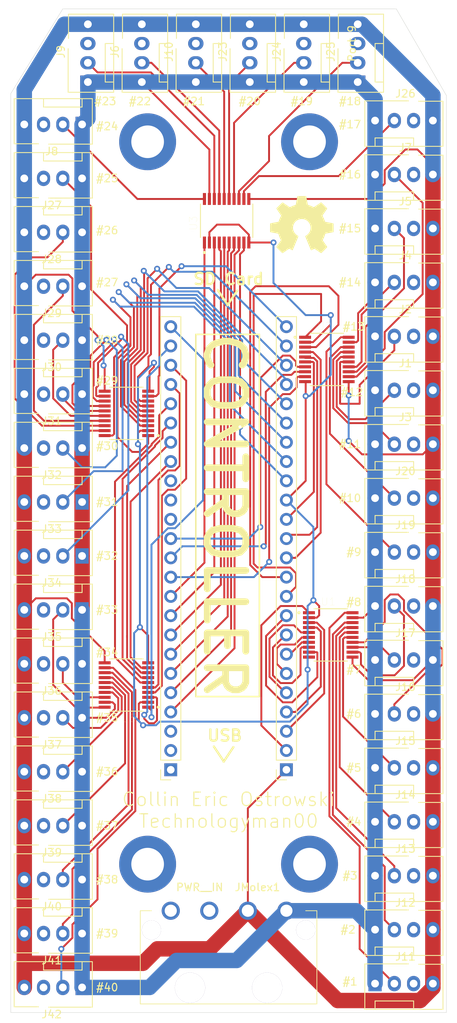
<source format=kicad_pcb>
(kicad_pcb (version 20210424) (generator pcbnew)
  (layers (0 "F.Cu" signal) (31 "B.Cu" signal) (34 "B.Paste" user) (35 "F.Paste" user) (36 "B.SilkS" user "B.Silkscreen") (37 "F.SilkS" user "F.Silkscreen") (38 "B.Mask" user) (39 "F.Mask" user) (44 "Edge.Cuts" user))
  (net 0 "")
  (net 1 "Net-(J1-Pad4)")
  (net 2 "Net-(J1-Pad3)")
  (net 3 "Net-(J1-Pad2)")
  (net 4 "Net-(J1-Pad1)")
  (net 5 "Net-(J2-Pad3)")
  (net 6 "Net-(J2-Pad2)")
  (net 7 "Net-(J3-Pad3)")
  (net 8 "Net-(J3-Pad2)")
  (net 9 "Net-(J4-Pad3)")
  (net 10 "Net-(J4-Pad2)")
  (net 11 "Net-(J5-Pad3)")
  (net 12 "Net-(J5-Pad2)")
  (net 13 "Net-(J6-Pad3)")
  (net 14 "Net-(J6-Pad2)")
  (net 15 "Net-(J7-Pad3)")
  (net 16 "Net-(J7-Pad2)")
  (net 17 "Net-(J8-Pad3)")
  (net 18 "Net-(J8-Pad2)")
  (net 19 "Net-(J9-Pad3)")
  (net 20 "Net-(J9-Pad2)")
  (net 21 "Net-(J10-Pad3)")
  (net 22 "Net-(J10-Pad2)")
  (net 23 "Net-(J11-Pad3)")
  (net 24 "Net-(J11-Pad2)")
  (net 25 "Net-(J12-Pad3)")
  (net 26 "Net-(J12-Pad2)")
  (net 27 "Net-(J13-Pad3)")
  (net 28 "Net-(J13-Pad2)")
  (net 29 "Net-(J14-Pad3)")
  (net 30 "Net-(J14-Pad2)")
  (net 31 "Net-(J15-Pad3)")
  (net 32 "Net-(J15-Pad2)")
  (net 33 "Net-(J16-Pad3)")
  (net 34 "Net-(J16-Pad2)")
  (net 35 "Net-(J17-Pad3)")
  (net 36 "Net-(J17-Pad2)")
  (net 37 "Net-(J18-Pad3)")
  (net 38 "Net-(J18-Pad2)")
  (net 39 "Net-(J19-Pad3)")
  (net 40 "Net-(J19-Pad2)")
  (net 41 "Net-(J20-Pad3)")
  (net 42 "Net-(J20-Pad2)")
  (net 43 "Net-(J21-Pad24)")
  (net 44 "Net-(J21-Pad23)")
  (net 45 "Net-(J21-Pad22)")
  (net 46 "Net-(J21-Pad21)")
  (net 47 "Net-(J21-Pad20)")
  (net 48 "Net-(J21-Pad19)")
  (net 49 "Net-(J21-Pad18)")
  (net 50 "Net-(J21-Pad17)")
  (net 51 "Net-(J21-Pad16)")
  (net 52 "Net-(J21-Pad15)")
  (net 53 "Net-(J21-Pad14)")
  (net 54 "Net-(J21-Pad13)")
  (net 55 "Net-(J21-Pad12)")
  (net 56 "Net-(J21-Pad11)")
  (net 57 "Net-(J21-Pad10)")
  (net 58 "Net-(J21-Pad9)")
  (net 59 "Net-(J21-Pad8)")
  (net 60 "Net-(J21-Pad7)")
  (net 61 "Net-(J21-Pad6)")
  (net 62 "Net-(J21-Pad5)")
  (net 63 "Net-(J21-Pad4)")
  (net 64 "Net-(J21-Pad3)")
  (net 65 "Net-(J21-Pad2)")
  (net 66 "Net-(J22-Pad24)")
  (net 67 "Net-(J22-Pad23)")
  (net 68 "Net-(J22-Pad22)")
  (net 69 "Net-(J22-Pad21)")
  (net 70 "Net-(J22-Pad20)")
  (net 71 "Net-(J22-Pad19)")
  (net 72 "Net-(J22-Pad18)")
  (net 73 "Net-(J22-Pad17)")
  (net 74 "Net-(J22-Pad16)")
  (net 75 "Net-(J22-Pad15)")
  (net 76 "Net-(J22-Pad14)")
  (net 77 "Net-(J22-Pad13)")
  (net 78 "Net-(J22-Pad12)")
  (net 79 "Net-(J22-Pad11)")
  (net 80 "Net-(J22-Pad10)")
  (net 81 "Net-(J22-Pad9)")
  (net 82 "Net-(J22-Pad8)")
  (net 83 "Net-(J22-Pad7)")
  (net 84 "Net-(J22-Pad6)")
  (net 85 "Net-(J22-Pad5)")
  (net 86 "Net-(J22-Pad4)")
  (net 87 "Net-(J22-Pad3)")
  (net 88 "Net-(J22-Pad2)")
  (net 89 "Net-(J22-Pad1)")
  (net 90 "Net-(J23-Pad3)")
  (net 91 "Net-(J23-Pad2)")
  (net 92 "Net-(J24-Pad3)")
  (net 93 "Net-(J24-Pad2)")
  (net 94 "Net-(J25-Pad3)")
  (net 95 "Net-(J25-Pad2)")
  (net 96 "Net-(J26-Pad3)")
  (net 97 "Net-(J26-Pad2)")
  (net 98 "Net-(J27-Pad3)")
  (net 99 "Net-(J27-Pad2)")
  (net 100 "Net-(J28-Pad3)")
  (net 101 "Net-(J28-Pad2)")
  (net 102 "Net-(J29-Pad3)")
  (net 103 "Net-(J29-Pad2)")
  (net 104 "Net-(J30-Pad3)")
  (net 105 "Net-(J30-Pad2)")
  (net 106 "Net-(J31-Pad3)")
  (net 107 "Net-(J31-Pad2)")
  (net 108 "Net-(J32-Pad3)")
  (net 109 "Net-(J32-Pad2)")
  (net 110 "Net-(J33-Pad3)")
  (net 111 "Net-(J33-Pad2)")
  (net 112 "Net-(J34-Pad3)")
  (net 113 "Net-(J34-Pad2)")
  (net 114 "Net-(J35-Pad3)")
  (net 115 "Net-(J35-Pad2)")
  (net 116 "Net-(J36-Pad3)")
  (net 117 "Net-(J36-Pad2)")
  (net 118 "Net-(J37-Pad3)")
  (net 119 "Net-(J37-Pad2)")
  (net 120 "Net-(J38-Pad3)")
  (net 121 "Net-(J38-Pad2)")
  (net 122 "Net-(J39-Pad3)")
  (net 123 "Net-(J39-Pad2)")
  (net 124 "Net-(J40-Pad3)")
  (net 125 "Net-(J40-Pad2)")
  (net 126 "Net-(J41-Pad3)")
  (net 127 "Net-(J41-Pad2)")
  (net 128 "Net-(J42-Pad3)")
  (net 129 "Net-(J42-Pad2)")
  (net 130 "Net-(JMolex1-Pad2)")
  (net 131 "Net-(JMolex1-Pad1)")
  (footprint "Connector:FanPinHeader_1x04_P2.54mm_Vertical" (layer "F.Cu") (at 146.304 65.024)
    (fp_text reference "J7")
    (fp_text value "Conn_01x04_Male")
  )
  (footprint "Connector:FanPinHeader_1x04_P2.54mm_Vertical" (layer "F.Cu") (at 146.304 171.704)
    (fp_text reference "J11")
    (fp_text value "Conn_01x04_Male")
  )
  (footprint "Connector:FanPinHeader_1x04_P2.54mm_Vertical" (layer "F.Cu") (at 146.304 164.592)
    (fp_text reference "J12")
    (fp_text value "Conn_01x04_Male")
  )
  (footprint "Connector:FanPinHeader_1x04_P2.54mm_Vertical" (layer "F.Cu") (at 146.304 157.48)
    (fp_text reference "J13")
    (fp_text value "Conn_01x04_Male")
  )
  (footprint "Connector:FanPinHeader_1x04_P2.54mm_Vertical" (layer "F.Cu") (at 146.304 150.368)
    (fp_text reference "J14")
    (fp_text value "Conn_01x04_Male")
  )
  (footprint "Connector:FanPinHeader_1x04_P2.54mm_Vertical" (layer "F.Cu") (at 146.304 143.256)
    (fp_text reference "J15")
    (fp_text value "Conn_01x04_Male")
  )
  (footprint "Connector:FanPinHeader_1x04_P2.54mm_Vertical" (layer "F.Cu") (at 146.304 136.144)
    (fp_text reference "J16")
    (fp_text value "Conn_01x04_Male")
  )
  (footprint "Connector:FanPinHeader_1x04_P2.54mm_Vertical" (layer "F.Cu") (at 146.304 129.032)
    (fp_text reference "J17")
    (fp_text value "Conn_01x04_Male")
  )
  (footprint "Connector:FanPinHeader_1x04_P2.54mm_Vertical" (layer "F.Cu") (at 146.304 121.92)
    (fp_text reference "J18")
    (fp_text value "Conn_01x04_Male")
  )
  (footprint "Connector:FanPinHeader_1x04_P2.54mm_Vertical" (layer "F.Cu") (at 146.304 114.808)
    (fp_text reference "J19")
    (fp_text value "Conn_01x04_Male")
  )
  (footprint "Connector:FanPinHeader_1x04_P2.54mm_Vertical" (layer "F.Cu") (at 107.696 101.092 180)
    (fp_text reference "J32")
    (fp_text value "Conn_01x04_Male")
  )
  (footprint "Connector:FanPinHeader_1x04_P2.54mm_Vertical" (layer "F.Cu") (at 107.696 108.204 180)
    (fp_text reference "J33")
    (fp_text value "Conn_01x04_Male")
  )
  (footprint "Connector:FanPinHeader_1x04_P2.54mm_Vertical" (layer "F.Cu") (at 107.696 115.316 180)
    (fp_text reference "J34")
    (fp_text value "Conn_01x04_Male")
  )
  (footprint "TXS0108EPWR:SOP65P640X120-20N" (layer "F.Cu") (at 140.462 125.73)
    (fp_text reference "U1")
    (fp_text value "TXS0108EPWR")
  )
  (footprint "TXS0108EPWR:SOP65P640X120-20N" (layer "F.Cu") (at 139.954 89.408)
    (fp_text reference "U2")
    (fp_text value "TXS0108EPWR")
  )
  (footprint "TXS0108EPWR:SOP65P640X120-20N" (layer "F.Cu") (at 126.746 71.12 90)
    (fp_text reference "U3")
    (fp_text value "TXS0108EPWR")
  )
  (footprint "TXS0108EPWR:SOP65P640X120-20N" (layer "F.Cu") (at 113.538 96.52 180)
    (fp_text reference "U4")
    (fp_text value "TXS0108EPWR")
  )
  (footprint "TXS0108EPWR:SOP65P640X120-20N" (layer "F.Cu") (at 113.538 132.334 180)
    (fp_text reference "U5")
    (fp_text value "TXS0108EPWR")
  )
  (footprint "Connector_PinSocket_2.54mm:PinSocket_1x24_P2.54mm_Vertical" (layer "F.Cu") (at 119.38 143.51 180)
    (fp_text reference "J22" hide)
    (fp_text value "Conn_01x24_Female")
  )
  (footprint "Connector:FanPinHeader_1x04_P2.54mm_Vertical" (layer "F.Cu") (at 107.696 86.868 180)
    (fp_text reference "J30")
    (fp_text value "Conn_01x04_Male")
  )
  (footprint "Connector:FanPinHeader_1x04_P2.54mm_Vertical" (layer "F.Cu") (at 107.696 93.98 180)
    (fp_text reference "J31")
    (fp_text value "Conn_01x04_Male")
  )
  (footprint "Connector:FanPinHeader_1x04_P2.54mm_Vertical" (layer "F.Cu") (at 107.696 79.756 180)
    (fp_text reference "J29")
    (fp_text value "Conn_01x04_Male")
  )
  (footprint "Connector:FanPinHeader_1x04_P2.54mm_Vertical" (layer "F.Cu") (at 107.696 72.644 180)
    (fp_text reference "J28")
    (fp_text value "Conn_01x04_Male")
  )
  (footprint "Connector:FanPinHeader_1x04_P2.54mm_Vertical" (layer "F.Cu") (at 107.696 172.212 180)
    (fp_text reference "J42")
    (fp_text value "Conn_01x04_Male")
  )
  (footprint "Connector:FanPinHeader_1x04_P2.54mm_Vertical" (layer "F.Cu") (at 107.696 122.428 180)
    (fp_text reference "J35")
    (fp_text value "Conn_01x04_Male")
  )
  (footprint "Connector:FanPinHeader_1x04_P2.54mm_Vertical" (layer "F.Cu") (at 107.696 165.1 180)
    (fp_text reference "J41")
    (fp_text value "Conn_01x04_Male")
  )
  (footprint "Connector:FanPinHeader_1x04_P2.54mm_Vertical" (layer "F.Cu") (at 107.696 150.876 180)
    (fp_text reference "J39")
    (fp_text value "Conn_01x04_Male")
  )
  (footprint "Connector:FanPinHeader_1x04_P2.54mm_Vertical" (layer "F.Cu") (at 107.696 129.54 180)
    (fp_text reference "J36")
    (fp_text value "Conn_01x04_Male")
  )
  (footprint "Connector:FanPinHeader_1x04_P2.54mm_Vertical" (layer "F.Cu") (at 107.696 143.764 180)
    (fp_text reference "J38")
    (fp_text value "Conn_01x04_Male")
  )
  (footprint "Connector:FanPinHeader_1x04_P2.54mm_Vertical" (layer "F.Cu") (at 107.696 136.652 180)
    (fp_text reference "J37")
    (fp_text value "Conn_01x04_Male")
  )
  (footprint "Connector:FanPinHeader_1x04_P2.54mm_Vertical" (layer "F.Cu") (at 144.018 52.832 90)
    (fp_text reference "J25")
    (fp_text value "Conn_01x04_Male")
  )
  (footprint "Connector:FanPinHeader_1x04_P2.54mm_Vertical" (layer "F.Cu") (at 129.794 52.832 90)
    (fp_text reference "J23")
    (fp_text value "Conn_01x04_Male")
  )
  (footprint "Connector:FanPinHeader_1x04_P2.54mm_Vertical" (layer "F.Cu") (at 107.696 65.532 180)
    (fp_text reference "J27")
    (fp_text value "Conn_01x04_Male")
  )
  (footprint "Connector:FanPinHeader_1x04_P2.54mm_Vertical" (layer "F.Cu") (at 136.906 52.832 90)
    (fp_text reference "J24")
    (fp_text value "Conn_01x04_Male")
  )
  (footprint "Connector:FanPinHeader_1x04_P2.54mm_Vertical" (layer "F.Cu") (at 146.304 57.912)
    (fp_text reference "J26")
    (fp_text value "Conn_01x04_Male")
  )
  (footprint "Connector:FanPinHeader_1x04_P2.54mm_Vertical" (layer "F.Cu") (at 122.682 52.832 90)
    (fp_text reference "J10")
    (fp_text value "Conn_01x04_Male")
  )
  (footprint "Connector:FanPinHeader_1x04_P2.54mm_Vertical" (layer "F.Cu") (at 115.57 52.832 90)
    (fp_text reference "J6")
    (fp_text value "Conn_01x04_Male")
  )
  (footprint "Connector:FanPinHeader_1x04_P2.54mm_Vertical" (layer "F.Cu") (at 107.696 58.42 180)
    (fp_text reference "J8")
    (fp_text value "Conn_01x04_Male")
  )
  (footprint "Connector:FanPinHeader_1x04_P2.54mm_Vertical" (layer "F.Cu") (at 108.458 52.832 90)
    (fp_text reference "J9")
    (fp_text value "Conn_01x04_Male")
  )
  (footprint "Connector:FanPinHeader_1x04_P2.54mm_Vertical" (layer "F.Cu") (at 107.696 157.988 180)
    (fp_text reference "J40")
    (fp_text value "Conn_01x04_Male")
  )
  (footprint "Molex:7708461" (layer "F.Cu") (at 127 167.64 180)
    (fp_text reference "JMolex1")
    (fp_text value "Conn_01x04_Male")
  )
  (footprint "Connector:FanPinHeader_1x04_P2.54mm_Vertical" (layer "F.Cu") (at 146.304 93.472)
    (fp_text reference "J1")
    (fp_text value "Conn_01x04_Male")
  )
  (footprint "Connector:FanPinHeader_1x04_P2.54mm_Vertical" (layer "F.Cu") (at 146.304 86.36)
    (fp_text reference "J2")
    (fp_text value "Conn_01x04_Male")
  )
  (footprint "Connector:FanPinHeader_1x04_P2.54mm_Vertical" (layer "F.Cu") (at 146.304 79.248)
    (fp_text reference "J4")
    (fp_text value "Conn_01x04_Male")
  )
  (footprint "Connector:FanPinHeader_1x04_P2.54mm_Vertical" (layer "F.Cu") (at 146.304 100.584)
    (fp_text reference "J3")
    (fp_text value "Conn_01x04_Male")
  )
  (footprint "Connector:FanPinHeader_1x04_P2.54mm_Vertical" (layer "F.Cu") (at 146.304 72.136)
    (fp_text reference "J5")
    (fp_text value "Conn_01x04_Male")
  )
  (footprint "Connector:FanPinHeader_1x04_P2.54mm_Vertical" (layer "F.Cu") (at 146.304 107.696)
    (fp_text reference "J20")
    (fp_text value "Conn_01x04_Male")
  )
  (footprint "Connector_PinSocket_2.54mm:PinSocket_1x24_P2.54mm_Vertical" (layer "F.Cu") (at 134.62 143.51 180)
    (fp_text reference "J21" hide)
    (fp_text value "Conn_01x24_Female")
  )
  (footprint "OpenSource:OpenSourceFix" (layer "F.Cu") (at 136.652 71.628)
    (fp_text reference "G***" hide)
    (fp_text value "LOGO" hide)
  )
  (footprint "MountingHole:MountingHole_4.3mm_M4_DIN965_Pad" (layer "F.Cu") (at 116.332 155.956)
    (fp_text reference "REF**" hide)
    (fp_text value "MountingHole_4.3mm_M4_DIN965_Pad")
  )
  (footprint "MountingHole:MountingHole_4.3mm_M4_DIN965_Pad" (layer "F.Cu") (at 137.668 155.956)
    (fp_text reference "REF**" hide)
    (fp_text value "MountingHole_4.3mm_M4_DIN965_Pad")
  )
  (footprint "MountingHole:MountingHole_4.3mm_M4_DIN965_Pad" (layer "F.Cu") (at 116.332 60.706)
    (fp_text reference "REF**" hide)
    (fp_text value "MountingHole_4.3mm_M4_DIN965_Pad")
  )
  (footprint "MountingHole:MountingHole_4.3mm_M4_DIN965_Pad" (layer "F.Cu") (at 137.668 60.706)
    (fp_text reference "REF**" hide)
    (fp_text value "MountingHole_4.3mm_M4_DIN965_Pad")
  )
  (gr_line (start 122.682 133.858) (end 122.682 86.106) (layer "F.SilkS") (width 0.2032))
  (gr_line (start 131.064 133.858) (end 122.682 133.858) (layer "F.SilkS") (width 0.2032))
  (gr_line (start 122.682 86.106) (end 131.064 86.106) (layer "F.SilkS") (width 0.2032))
  (gr_line (start 131.064 86.106) (end 131.064 133.858) (layer "F.SilkS") (width 0.2032))
  (gr_line (start 98.298 54.356) (end 98.298 175.514) (layer "Edge.Cuts") (width 0.05))
  (gr_line (start 155.702 175.514) (end 155.702 54.61) (layer "Edge.Cuts") (width 0.05))
  (gr_line (start 98.298 175.514) (end 155.702 175.514) (layer "Edge.Cuts") (width 0.05))
  (gr_line (start 155.702 54.61) (end 149.098 43.18) (layer "Edge.Cuts") (width 0.05))
  (gr_line (start 105.156 43.18) (end 98.298 54.356) (layer "Edge.Cuts") (width 0.05))
  (gr_line (start 149.098 43.18) (end 105.156 43.18) (layer "Edge.Cuts") (width 0.05))
  (gr_text "Port 9" (at 143.256 47.752 90) (layer "F.SilkS") (effects (font (size 1 1))))
  (gr_text "#18" (at 143.002 55.372) (layer "F.SilkS") (effects (font (size 1 1))))
  (gr_text "#3\n" (at 143.002 157.48) (layer "F.SilkS") (effects (font (size 1 1))))
  (gr_text "#9" (at 143.51 114.808) (layer "F.SilkS") (effects (font (size 1 1))))
  (gr_text "#17" (at 143.002 58.42) (layer "F.SilkS") (effects (font (size 1 1))))
  (gr_text "#6" (at 143.51 136.144) (layer "F.SilkS") (effects (font (size 1 1))))
  (gr_text "#38" (at 110.998 157.988) (layer "F.SilkS") (effects (font (size 1 1))))
  (gr_text "#20" (at 129.794 55.372) (layer "F.SilkS") (effects (font (size 1 1))))
  (gr_text "#28" (at 110.998 86.868) (layer "F.SilkS") (effects (font (size 1 1))))
  (gr_text "#33" (at 110.998 122.428) (layer "F.SilkS") (effects (font (size 1 1))))
  (gr_text "#29" (at 110.998 92.202) (layer "F.SilkS") (effects (font (size 1 1))))
  (gr_text "#7" (at 143.51 130.302) (layer "F.SilkS") (effects (font (size 1 1))))
  (gr_text "CONTROLLER" (at 126.492 109.982 -90) (layer "F.SilkS") (effects (font (size 5.08 5.08) (thickness 0.889))))
  (gr_text "#27" (at 110.998 79.248) (layer "F.SilkS") (effects (font (size 1 1))))
  (gr_text "#30" (at 110.998 100.838) (layer "F.SilkS") (effects (font (size 1 1))))
  (gr_text "#31" (at 110.998 108.204) (layer "F.SilkS") (effects (font (size 1 1))))
  (gr_text "#22" (at 115.316 55.372) (layer "F.SilkS") (effects (font (size 1 1))))
  (gr_text "#4" (at 143.51 150.368) (layer "F.SilkS") (effects (font (size 1 1))))
  (gr_text "#25" (at 110.998 65.532) (layer "F.SilkS") (effects (font (size 1 1))))
  (gr_text "#26" (at 110.998 72.39) (layer "F.SilkS") (effects (font (size 1 1))))
  (gr_text "#12" (at 143.256 93.726) (layer "F.SilkS") (effects (font (size 1 1))))
  (gr_text "#5" (at 143.51 143.256) (layer "F.SilkS") (effects (font (size 1 1))))
  (gr_text "#32" (at 110.998 115.316) (layer "F.SilkS") (effects (font (size 1 1))))
  (gr_text "#21" (at 122.428 55.372) (layer "F.SilkS") (effects (font (size 1 1))))
  (gr_text "#8" (at 143.51 121.412) (layer "F.SilkS") (effects (font (size 1 1))))
  (gr_text "#11" (at 143.002 100.584) (layer "F.SilkS") (effects (font (size 1 1))))
  (gr_text "#19" (at 136.652 55.372) (layer "F.SilkS") (effects (font (size 1 1))))
  (gr_text "#16" (at 143.002 65.024) (layer "F.SilkS") (effects (font (size 1 1))))
  (gr_text "#23" (at 110.744 55.372) (layer "F.SilkS") (effects (font (size 1 1))))
  (gr_text "#39" (at 110.998 165.1) (layer "F.SilkS") (effects (font (size 1 1))))
  (gr_text "#1" (at 143.002 171.45) (layer "F.SilkS") (effects (font (size 1 1))))
  (gr_text "#2" (at 142.748 164.592) (layer "F.SilkS") (effects (font (size 1 1))))
  (gr_text "#35" (at 110.998 136.652) (layer "F.SilkS") (effects (font (size 1 1))))
  (gr_text "#14" (at 143.002 79.248) (layer "F.SilkS") (effects (font (size 1 1))))
  (gr_text "PWR__IN" (at 123.19 159.004) (layer "F.SilkS") (effects (font (size 1 1))))
  (gr_text "#34" (at 110.998 128.016) (layer "F.SilkS") (effects (font (size 1 1))))
  (gr_text "#36" (at 110.998 143.764) (layer "F.SilkS") (effects (font (size 1 1))))
  (gr_text "#37" (at 110.998 150.876) (layer "F.SilkS") (effects (font (size 1 1))))
  (gr_text "#24" (at 110.998 58.674) (layer "F.SilkS") (effects (font (size 1 1))))
  (gr_text "#10" (at 143.002 107.696) (layer "F.SilkS") (effects (font (size 1 1))))
  (gr_text "Collin Eric Ostrowski\nTechnologyman00" (at 127 148.844) (layer "F.SilkS") (effects (font (size 1.778 1.778))))
  (gr_text "#13" (at 143.51 85.09) (layer "F.SilkS") (effects (font (size 1 1))))
  (gr_text "SD Card\n\\/" (at 127 80.01) (layer "F.SilkS") (effects (font (size 1.4986 1.4986) (thickness 0.3))))
  (gr_text "#40" (at 110.998 172.212) (layer "F.SilkS") (effects (font (size 1 1))))
  (gr_text "USB\n\\/" (at 126.492 140.208) (layer "F.SilkS") (effects (font (size 1.5 1.5) (thickness 0.3))))
  (gr_text "#15" (at 143.002 72.136) (layer "F.SilkS") (effects (font (size 1 1))))
  (segment (start 142.824 94.158) (end 142.824 94.158) (width 0.25) (layer "F.Cu") (net 1))
  (segment (start 150.313072 61.722) (end 151.887 61.722) (width 0.25) (layer "F.Cu") (net 1))
  (segment (start 153.924 164.592) (end 153.924 157.48) (width 2.032) (layer "F.Cu") (net 1))
  (segment (start 100.076 169.165) (end 100.076 172.212) (width 2.032) (layer "F.Cu") (net 1))
  (segment (start 153.924 150.368) (end 153.924 143.256) (width 2.032) (layer "F.Cu") (net 1))
  (segment (start 147.574 64.461072) (end 150.313072 61.722) (width 0.25) (layer "F.Cu") (net 1))
  (segment (start 151.253 131.703) (end 153.924 129.032) (width 0.25) (layer "F.Cu") (net 1))
  (segment (start 106.426 78.74) (end 105.918 78.232) (width 0.25) (layer "F.Cu") (net 1))
  (segment (start 101.6 120.904) (end 100.076 122.428) (width 0.25) (layer "F.Cu") (net 1))
  (segment (start 100.076 172.212) (end 100.076 165.1) (width 2.032) (layer "F.Cu") (net 1))
  (segment (start 145.419 131.703) (end 143.332 129.616) (width 0.25) (layer "F.Cu") (net 1))
  (segment (start 129.54 162.095) (end 124.513999 167.121001) (width 2.032) (layer "F.Cu") (net 1))
  (segment (start 110.668 129.409) (end 110.668 127.865002) (width 0.25) (layer "F.Cu") (net 1))
  (segment (start 124.513999 167.121001) (end 117.612999 167.121001) (width 2.032) (layer "F.Cu") (net 1))
  (segment (start 147.574 66.219002) (end 147.574 64.461072) (width 0.25) (layer "F.Cu") (net 1))
  (segment (start 153.924 143.256) (end 153.924 136.144) (width 2.032) (layer "F.Cu") (net 1))
  (segment (start 105.918 78.232) (end 101.6 78.232) (width 0.25) (layer "F.Cu") (net 1))
  (segment (start 153.924 171.704) (end 153.924 164.592) (width 2.032) (layer "F.Cu") (net 1))
  (segment (start 100.076 150.876) (end 100.076 143.764) (width 2.032) (layer "F.Cu") (net 1))
  (segment (start 153.924 121.92) (end 153.924 114.808) (width 2.032) (layer "F.Cu") (net 1))
  (segment (start 115.707999 169.026001) (end 100.214999 169.026001) (width 2.032) (layer "F.Cu") (net 1))
  (segment (start 153.924 107.696) (end 153.924 100.584) (width 2.032) (layer "F.Cu") (net 1))
  (segment (start 153.924 72.136) (end 153.924 65.024) (width 2.032) (layer "F.Cu") (net 1))
  (segment (start 153.924 114.808) (end 153.924 107.696) (width 2.032) (layer "F.Cu") (net 1))
  (segment (start 152.245991 173.935001) (end 141.380001 173.935001) (width 2.032) (layer "F.Cu") (net 1))
  (segment (start 151.887 61.722) (end 153.924 63.759) (width 0.25) (layer "F.Cu") (net 1))
  (segment (start 134.62 143.51) (end 129.54 148.59) (width 0.25) (layer "F.Cu") (net 1))
  (segment (start 100.076 108.204) (end 100.076 101.092) (width 2.032) (layer "F.Cu") (net 1))
  (segment (start 152.58399 101.92401) (end 153.924 100.584) (width 0.25) (layer "F.Cu") (net 1))
  (segment (start 129.671 68.25) (end 145.543002 68.25) (width 0.25) (layer "F.Cu") (net 1))
  (segment (start 110.668 90.342896) (end 110.527724 90.20262) (width 0.25) (layer "F.Cu") (net 1))
  (segment (start 105.691464 120.904) (end 101.6 120.904) (width 0.25) (layer "F.Cu") (net 1))
  (segment (start 141.380001 173.935001) (end 129.54 162.095) (width 2.032) (layer "F.Cu") (net 1))
  (segment (start 100.076 115.316) (end 100.076 108.204) (width 2.032) (layer "F.Cu") (net 1))
  (segment (start 144.59601 101.92401) (end 152.58399 101.92401) (width 0.25) (layer "F.Cu") (net 1))
  (segment (start 110.668 127.865002) (end 106.34601 123.543012) (width 0.25) (layer "F.Cu") (net 1))
  (segment (start 100.076 143.764) (end 100.076 136.652) (width 2.032) (layer "F.Cu") (net 1))
  (segment (start 106.34601 121.558546) (end 105.691464 120.904) (width 0.25) (layer "F.Cu") (net 1))
  (segment (start 153.924 63.759) (end 153.924 65.024) (width 0.25) (layer "F.Cu") (net 1))
  (segment (start 153.924 86.36) (end 153.924 79.248) (width 2.032) (layer "F.Cu") (net 1))
  (segment (start 106.34601 123.543012) (end 106.34601 121.558546) (width 0.25) (layer "F.Cu") (net 1))
  (segment (start 153.924 93.472) (end 153.924 86.36) (width 2.032) (layer "F.Cu") (net 1))
  (segment (start 100.076 122.428) (end 100.076 115.316) (width 2.032) (layer "F.Cu") (net 1))
  (segment (start 153.924 172.256992) (end 152.245991 173.935001) (width 2.032) (layer "F.Cu") (net 1))
  (segment (start 100.076 157.988) (end 100.076 150.876) (width 2.032) (layer "F.Cu") (net 1))
  (segment (start 100.076 136.652) (end 100.076 129.54) (width 2.032) (layer "F.Cu") (net 1))
  (segment (start 110.668 93.595) (end 110.668 90.342896) (width 0.25) (layer "F.Cu") (net 1))
  (segment (start 109.728 86.868) (end 109.728 86.302315) (width 0.25) (layer "F.Cu") (net 1))
  (segment (start 100.076 129.54) (end 100.076 122.428) (width 2.032) (layer "F.Cu") (net 1))
  (segment (start 117.612999 167.121001) (end 115.707999 169.026001) (width 2.032) (layer "F.Cu") (net 1))
  (segment (start 106.426 83.000315) (end 106.426 78.74) (width 0.25) (layer "F.Cu") (net 1))
  (segment (start 153.924 171.704) (end 153.924 172.256992) (width 2.032) (layer "F.Cu") (net 1))
  (segment (start 143.332 129.616) (end 143.332 128.655) (width 0.25) (layer "F.Cu") (net 1))
  (segment (start 151.253 131.703) (end 145.419 131.703) (width 0.25) (layer "F.Cu") (net 1))
  (segment (start 145.543002 68.25) (end 147.574 66.219002) (width 0.25) (layer "F.Cu") (net 1))
  (segment (start 100.214999 169.026001) (end 100.076 169.165) (width 2.032) (layer "F.Cu") (net 1))
  (segment (start 142.824 92.333) (end 142.824 94.158) (width 0.25) (layer "F.Cu") (net 1))
  (segment (start 153.924 79.248) (end 153.924 72.136) (width 2.032) (layer "F.Cu") (net 1))
  (segment (start 109.728 86.302315) (end 106.426 83.000315) (width 0.25) (layer "F.Cu") (net 1))
  (segment (start 153.924 100.584) (end 153.924 93.472) (width 2.032) (layer "F.Cu") (net 1))
  (segment (start 153.924 157.48) (end 153.924 150.368) (width 2.032) (layer "F.Cu") (net 1))
  (segment (start 142.824 100.152) (end 144.59601 101.92401) (width 0.25) (layer "F.Cu") (net 1))
  (segment (start 129.54 148.59) (end 129.54 162.095) (width 0.25) (layer "F.Cu") (net 1))
  (segment (start 101.6 78.232) (end 100.076 79.756) (width 0.25) (layer "F.Cu") (net 1))
  (segment (start 100.076 165.1) (end 100.076 157.988) (width 2.032) (layer "F.Cu") (net 1))
  (via (at 110.527724 90.20262) (size 0.8) (drill 0.4) (layers "F.Cu" "B.Cu") (net 1))
  (via (at 109.728 86.868) (size 0.8) (drill 0.4) (layers "F.Cu" "B.Cu") (net 1))
  (via (at 142.824 94.158) (size 0.8) (drill 0.4) (layers "F.Cu" "B.Cu") (net 1))
  (via (at 142.824 100.152) (size 0.8) (drill 0.4) (layers "F.Cu" "B.Cu") (net 1))
  (segment (start 109.728 86.868) (end 109.728 86.868) (width 0.25) (layer "B.Cu") (net 1))
  (segment (start 142.824 100.152) (end 142.824 100.152) (width 0.25) (layer "B.Cu") (net 1))
  (segment (start 153.924 136.144) (end 153.924 129.032) (width 2.032) (layer "B.Cu") (net 1))
  (segment (start 136.906 45.212) (end 144.018 45.212) (width 2.032) (layer "B.Cu") (net 1))
  (segment (start 100.076 65.532) (end 100.076 58.42) (width 2.032) (layer "B.Cu") (net 1))
  (segment (start 129.794 45.212) (end 136.906 45.212) (width 2.032) (layer "B.Cu") (net 1))
  (segment (start 105.365131 45.212) (end 108.458 45.212) (width 2.032) (layer "B.Cu") (net 1))
  (segment (start 100.076 79.756) (end 100.076 72.644) (width 2.032) (layer "B.Cu") (net 1))
  (segment (start 115.57 45.212) (end 122.682 45.212) (width 2.032) (layer "B.Cu") (net 1))
  (segment (start 153.924 54.565008) (end 153.924 57.912) (width 2.032) (layer "B.Cu") (net 1))
  (segment (start 100.076 58.42) (end 100.076 53.831313) (width 2.032) (layer "B.Cu") (net 1))
  (segment (start 100.076 101.092) (end 100.076 93.98) (width 2.032) (layer "B.Cu") (net 1))
  (segment (start 142.824 94.158) (end 142.824 100.152) (width 0.25) (layer "B.Cu") (net 1))
  (segment (start 100.076 72.644) (end 100.076 65.532) (width 2.032) (layer "B.Cu") (net 1))
  (segment (start 144.018 45.212) (end 144.570992 45.212) (width 2.032) (layer "B.Cu") (net 1))
  (segment (start 100.076 86.868) (end 100.076 79.756) (width 2.032) (layer "B.Cu") (net 1))
  (segment (start 153.924 57.912) (end 153.924 65.024) (width 2.032) (layer "B.Cu") (net 1))
  (segment (start 153.924 129.032) (end 153.924 121.92) (width 2.032) (layer "B.Cu") (net 1))
  (segment (start 100.076 93.98) (end 100.076 86.868) (width 2.032) (layer "B.Cu") (net 1))
  (segment (start 109.728 86.868) (end 110.527724 87.667724) (width 0.25) (layer "B.Cu") (net 1))
  (segment (start 144.570992 45.212) (end 153.924 54.565008) (width 2.032) (layer "B.Cu") (net 1))
  (segment (start 122.682 45.212) (end 129.794 45.212) (width 2.032) (layer "B.Cu") (net 1))
  (segment (start 108.458 45.212) (end 115.57 45.212) (width 2.032) (layer "B.Cu") (net 1))
  (segment (start 100.076 53.831313) (end 105.365131 45.212) (width 2.032) (layer "B.Cu") (net 1))
  (segment (start 110.527724 87.667724) (end 110.527724 90.20262) (width 0.25) (layer "B.Cu") (net 1))
  (segment (start 145.034 97.282) (end 142.882055 97.282) (width 0.25) (layer "F.Cu") (net 3))
  (segment (start 141.789 89.083) (end 142.824 89.083) (width 0.25) (layer "F.Cu") (net 3))
  (segment (start 141.246044 95.645989) (end 141.246044 89.625956) (width 0.25) (layer "F.Cu") (net 3))
  (segment (start 141.246044 89.625956) (end 141.789 89.083) (width 0.25) (layer "F.Cu") (net 3))
  (segment (start 148.844 93.472) (end 145.034 97.282) (width 0.25) (layer "F.Cu") (net 3))
  (segment (start 142.882055 97.282) (end 141.246044 95.645989) (width 0.25) (layer "F.Cu") (net 3))
  (segment (start 112.014 135.488002) (end 112.014 134.92) (width 0.25) (layer "F.Cu") (net 4))
  (segment (start 142.824 87.133) (end 143.859 87.133) (width 0.25) (layer "F.Cu") (net 4))
  (segment (start 107.696 101.092) (end 107.696 99.827) (width 0.25) (layer "F.Cu") (net 4))
  (segment (start 108.728 98.795) (end 110.668 98.795) (width 0.25) (layer "F.Cu") (net 4))
  (segment (start 124.471 61.733) (end 115.57 52.832) (width 0.25) (layer "F.Cu") (net 4))
  (segment (start 144.075991 83.304601) (end 146.304 81.076592) (width 0.25) (layer "F.Cu") (net 4))
  (segment (start 124.471 68.25) (end 124.471 61.733) (width 0.25) (layer "F.Cu") (net 4))
  (segment (start 110.850002 136.652) (end 112.014 135.488002) (width 0.25) (layer "F.Cu") (net 4))
  (segment (start 107.696 108.204) (end 107.696 115.316) (width 2.032) (layer "F.Cu") (net 4))
  (segment (start 143.332 123.455) (end 144.769 123.455) (width 0.25) (layer "F.Cu") (net 4))
  (segment (start 107.696 115.316) (end 107.696 122.428) (width 2.032) (layer "F.Cu") (net 4))
  (segment (start 107.696 99.827) (end 108.728 98.795) (width 0.25) (layer "F.Cu") (net 4))
  (segment (start 112.014 134.92) (end 111.703 134.609) (width 0.25) (layer "F.Cu") (net 4))
  (segment (start 144.07599 86.91601) (end 144.075991 83.304601) (width 0.25) (layer "F.Cu") (net 4))
  (segment (start 146.304 81.076592) (end 146.304 79.248) (width 0.25) (layer "F.Cu") (net 4))
  (segment (start 111.703 134.609) (end 110.668 134.609) (width 0.25) (layer "F.Cu") (net 4))
  (segment (start 107.696 101.092) (end 107.696 108.204) (width 2.032) (layer "F.Cu") (net 4))
  (segment (start 144.769 123.455) (end 146.304 121.92) (width 0.25) (layer "F.Cu") (net 4))
  (segment (start 107.696 129.878) (end 107.696 129.54) (width 0.25) (layer "F.Cu") (net 4))
  (segment (start 143.859 87.133) (end 144.07599 86.91601) (width 0.25) (layer "F.Cu") (net 4))
  (segment (start 107.696 136.652) (end 110.850002 136.652) (width 0.25) (layer "F.Cu") (net 4))
  (segment (start 107.696 143.764) (end 107.696 150.876) (width 2.032) (layer "B.Cu") (net 4))
  (segment (start 143.807 162.095) (end 146.304 164.592) (width 2.032) (layer "B.Cu") (net 4))
  (segment (start 146.304 100.584) (end 146.304 93.472) (width 2.032) (layer "B.Cu") (net 4))
  (segment (start 107.696 129.54) (end 107.696 136.652) (width 2.032) (layer "B.Cu") (net 4))
  (segment (start 146.304 65.024) (end 146.304 57.912) (width 2.032) (layer "B.Cu") (net 4))
  (segment (start 107.696 72.644) (end 107.696 79.756) (width 2.032) (layer "B.Cu") (net 4))
  (segment (start 146.304 107.696) (end 146.304 100.584) (width 2.032) (layer "B.Cu") (net 4))
  (segment (start 146.304 129.032) (end 146.304 121.92) (width 2.032) (layer "B.Cu") (net 4))
  (segment (start 146.304 157.48) (end 146.304 150.368) (width 2.032) (layer "B.Cu") (net 4))
  (segment (start 146.304 114.808) (end 146.304 107.696) (width 2.032) (layer "B.Cu") (net 4))
  (segment (start 146.304 55.118) (end 144.018 52.832) (width 2.032) (layer "B.Cu") (net 4))
  (segment (start 129.794 52.832) (end 122.682 52.832) (width 2.032) (layer "B.Cu") (net 4))
  (segment (start 107.696 65.532) (end 107.696 72.644) (width 2.032) (layer "B.Cu") (net 4))
  (segment (start 107.696 58.42) (end 107.696 65.532) (width 2.032) (layer "B.Cu") (net 4))
  (segment (start 107.696 150.876) (end 107.696 157.988) (width 2.032) (layer "B.Cu") (net 4))
  (segment (start 146.304 136.144) (end 146.304 129.032) (width 2.032) (layer "B.Cu") (net 4))
  (segment (start 107.696 93.98) (end 107.696 101.092) (width 2.032) (layer "B.Cu") (net 4))
  (segment (start 146.304 57.912) (end 146.304 55.118) (width 2.032) (layer "B.Cu") (net 4))
  (segment (start 146.304 150.368) (end 146.304 143.256) (width 2.032) (layer "B.Cu") (net 4))
  (segment (start 107.696 136.652) (end 107.696 143.764) (width 2.032) (layer "B.Cu") (net 4))
  (segment (start 116.586 172.212) (end 120.142 168.656) (width 2.032) (layer "B.Cu") (net 4))
  (segment (start 144.018 52.832) (end 136.906 52.832) (width 2.032) (layer "B.Cu") (net 4))
  (segment (start 107.696 86.868) (end 107.696 93.98) (width 2.032) (layer "B.Cu") (net 4))
  (segment (start 146.304 143.256) (end 146.304 136.144) (width 2.032) (layer "B.Cu") (net 4))
  (segment (start 128.059 168.656) (end 134.62 162.095) (width 2.032) (layer "B.Cu") (net 4))
  (segment (start 146.304 79.248) (end 146.304 72.136) (width 2.032) (layer "B.Cu") (net 4))
  (segment (start 107.696 122.428) (end 107.696 129.54) (width 2.032) (layer "B.Cu") (net 4))
  (segment (start 136.906 52.832) (end 129.794 52.832) (width 2.032) (layer "B.Cu") (net 4))
  (segment (start 115.57 52.832) (end 108.458 52.832) (width 2.032) (layer "B.Cu") (net 4))
  (segment (start 146.304 72.136) (end 146.304 65.024) (width 2.032) (layer "B.Cu") (net 4))
  (segment (start 107.696 79.756) (end 107.696 86.868) (width 2.032) (layer "B.Cu") (net 4))
  (segment (start 146.304 164.592) (end 146.304 157.48) (width 2.032) (layer "B.Cu") (net 4))
  (segment (start 146.304 93.472) (end 146.304 86.36) (width 2.032) (layer "B.Cu") (net 4))
  (segment (start 146.304 164.592) (end 146.304 171.704) (width 2.032) (layer "B.Cu") (net 4))
  (segment (start 108.458 52.832) (end 108.458 57.658) (width 2.032) (layer "B.Cu") (net 4))
  (segment (start 108.458 57.658) (end 107.696 58.42) (width 2.032) (layer "B.Cu") (net 4))
  (segment (start 120.142 168.656) (end 128.059 168.656) (width 2.032) (layer "B.Cu") (net 4))
  (segment (start 107.696 157.988) (end 107.696 165.1) (width 2.032) (layer "B.Cu") (net 4))
  (segment (start 107.696 172.212) (end 116.586 172.212) (width 2.032) (layer "B.Cu") (net 4))
  (segment (start 134.62 162.095) (end 143.807 162.095) (width 2.032) (layer "B.Cu") (net 4))
  (segment (start 146.304 121.92) (end 146.304 114.808) (width 2.032) (layer "B.Cu") (net 4))
  (segment (start 146.304 86.36) (end 146.304 79.248) (width 2.032) (layer "B.Cu") (net 4))
  (segment (start 107.696 165.1) (end 107.696 172.212) (width 2.032) (layer "B.Cu") (net 4))
  (segment (start 122.682 52.832) (end 115.57 52.832) (width 2.032) (layer "B.Cu") (net 4))
  (segment (start 142.824 89.733) (end 141.789 89.733) (width 0.25) (layer "F.Cu") (net 6))
  (segment (start 141.732 95.25) (end 144.272 95.25) (width 0.25) (layer "F.Cu") (net 6))
  (segment (start 141.696055 95.214055) (end 141.732 95.25) (width 0.25) (layer "F.Cu") (net 6))
  (segment (start 144.272 92.767666) (end 148.844 88.195666) (width 0.25) (layer "F.Cu") (net 6))
  (segment (start 141.789 89.733) (end 141.696055 89.825945) (width 0.25) (layer "F.Cu") (net 6))
  (segment (start 141.696055 89.825945) (end 141.696055 95.214055) (width 0.25) (layer "F.Cu") (net 6))
  (segment (start 148.844 88.195666) (end 148.844 86.36) (width 0.25) (layer "F.Cu") (net 6))
  (segment (start 144.272 95.25) (end 144.272 92.767666) (width 0.25) (layer "F.Cu") (net 6))
  (segment (start 141.789 88.433) (end 142.824 88.433) (width 0.25) (layer "F.Cu") (net 8))
  (segment (start 142.770043 97.8064) (end 140.796033 95.83239) (width 0.25) (layer "F.Cu") (net 8))
  (segment (start 148.844 100.584) (end 146.0664 97.8064) (width 0.25) (layer "F.Cu") (net 8))
  (segment (start 140.796033 89.425967) (end 141.789 88.433) (width 0.25) (layer "F.Cu") (net 8))
  (segment (start 140.796033 95.83239) (end 140.796033 89.425967) (width 0.25) (layer "F.Cu") (net 8))
  (segment (start 146.0664 97.8064) (end 142.770043 97.8064) (width 0.25) (layer "F.Cu") (net 8))
  (segment (start 148.769002 79.248) (end 148.844 79.248) (width 0.25) (layer "F.Cu") (net 10))
  (segment (start 144.526 83.491002) (end 148.769002 79.248) (width 0.25) (layer "F.Cu") (net 10))
  (segment (start 142.824 90.383) (end 143.859 90.383) (width 0.25) (layer "F.Cu") (net 10))
  (segment (start 143.859 90.383) (end 144.526 89.716) (width 0.25) (layer "F.Cu") (net 10))
  (segment (start 144.526 89.716) (end 144.526 83.491002) (width 0.25) (layer "F.Cu") (net 10))
  (segment (start 143.859 91.033) (end 145.034 89.858) (width 0.25) (layer "F.Cu") (net 12))
  (segment (start 142.824 91.033) (end 143.859 91.033) (width 0.25) (layer "F.Cu") (net 12))
  (segment (start 145.034 85.117464) (end 150.114 80.037464) (width 0.25) (layer "F.Cu") (net 12))
  (segment (start 150.114 80.037464) (end 150.114 73.406) (width 0.25) (layer "F.Cu") (net 12))
  (segment (start 145.034 89.858) (end 145.034 85.117464) (width 0.25) (layer "F.Cu") (net 12))
  (segment (start 150.114 73.406) (end 148.844 72.136) (width 0.25) (layer "F.Cu") (net 12))
  (segment (start 116.835 50.292) (end 115.57 50.292) (width 0.25) (layer "F.Cu") (net 14))
  (segment (start 125.771 59.228) (end 116.835 50.292) (width 0.25) (layer "F.Cu") (net 14))
  (segment (start 125.771 68.25) (end 125.771 59.228) (width 0.25) (layer "F.Cu") (net 14))
  (segment (start 142.824 91.683) (end 143.859 91.683) (width 0.25) (layer "F.Cu") (net 16))
  (segment (start 143.859 91.683) (end 147.574 87.968) (width 0.25) (layer "F.Cu") (net 16))
  (segment (start 152.57401 80.797062) (end 152.57401 68.75401) (width 0.25) (layer "F.Cu") (net 16))
  (segment (start 147.574 85.797072) (end 152.57401 80.797062) (width 0.25) (layer "F.Cu") (net 16))
  (segment (start 147.574 87.968) (end 147.574 85.797072) (width 0.25) (layer "F.Cu") (net 16))
  (segment (start 152.57401 68.75401) (end 148.844 65.024) (width 0.25) (layer "F.Cu") (net 16))
  (segment (start 123.821 68.25) (end 114.986 68.25) (width 0.25) (layer "F.Cu") (net 18))
  (segment (start 114.986 68.25) (end 105.156 58.42) (width 0.25) (layer "F.Cu") (net 18))
  (segment (start 125.121 59.917998) (end 116.765002 51.562) (width 0.25) (layer "F.Cu") (net 20))
  (segment (start 116.765002 51.562) (end 109.728 51.562) (width 0.25) (layer "F.Cu") (net 20))
  (segment (start 109.728 51.562) (end 108.458 50.292) (width 0.25) (layer "F.Cu") (net 20))
  (segment (start 125.121 68.25) (end 125.121 59.917998) (width 0.25) (layer "F.Cu") (net 20))
  (segment (start 126.421 68.25) (end 126.421 54.105998) (width 0.25) (layer "F.Cu") (net 22))
  (segment (start 126.421 54.105998) (end 122.682 50.366998) (width 0.25) (layer "F.Cu") (net 22))
  (segment (start 122.682 50.366998) (end 122.682 50.292) (width 0.25) (layer "F.Cu") (net 22))
  (segment (start 140.288031 149.635439) (end 140.288031 124.813969) (width 0.25) (layer "F.Cu") (net 24))
  (segment (start 140.288031 124.813969) (end 142.297 122.805) (width 0.25) (layer "F.Cu") (net 24))
  (segment (start 144.272 167.132) (end 144.272 153.619408) (width 0.25) (layer "F.Cu") (net 24))
  (segment (start 148.844 171.704) (end 144.272 167.132) (width 0.25) (layer "F.Cu") (net 24))
  (segment (start 142.297 122.805) (end 143.332 122.805) (width 0.25) (layer "F.Cu") (net 24))
  (segment (start 144.272 153.619408) (end 140.288031 149.635439) (width 0.25) (layer "F.Cu") (net 24))
  (segment (start 140.738042 125.663958) (end 142.297 124.105) (width 0.25) (layer "F.Cu") (net 26))
  (segment (start 148.844 164.592) (end 147.574 163.322) (width 0.25) (layer "F.Cu") (net 26))
  (segment (start 147.574 156.284998) (end 140.738042 149.44904) (width 0.25) (layer "F.Cu") (net 26))
  (segment (start 140.738042 149.44904) (end 140.738042 125.663958) (width 0.25) (layer "F.Cu") (net 26))
  (segment (start 147.574 163.322) (end 147.574 156.284998) (width 0.25) (layer "F.Cu") (net 26))
  (segment (start 142.297 124.105) (end 143.332 124.105) (width 0.25) (layer "F.Cu") (net 26))
  (segment (start 142.297 124.755) (end 141.188053 125.863947) (width 0.25) (layer "F.Cu") (net 28))
  (segment (start 148.844 156.215) (end 148.844 157.48) (width 0.25) (layer "F.Cu") (net 28))
  (segment (start 141.188053 125.863947) (end 141.188053 148.559053) (width 0.25) (layer "F.Cu") (net 28))
  (segment (start 143.332 124.755) (end 142.297 124.755) (width 0.25) (layer "F.Cu") (net 28))
  (segment (start 141.188053 148.559053) (end 148.844 156.215) (width 0.25) (layer "F.Cu") (net 28))
  (segment (start 141.638064 143.162064) (end 141.638064 126.063936) (width 0.25) (layer "F.Cu") (net 30))
  (segment (start 141.638064 126.063936) (end 142.297 125.405) (width 0.25) (layer "F.Cu") (net 30))
  (segment (start 148.844 150.368) (end 141.638064 143.162064) (width 0.25) (layer "F.Cu") (net 30))
  (segment (start 142.297 125.405) (end 143.332 125.405) (width 0.25) (layer "F.Cu") (net 30))
  (segment (start 142.297 126.055) (end 143.332 126.055) (width 0.25) (layer "F.Cu") (net 32))
  (segment (start 148.844 143.256) (end 142.088075 136.500075) (width 0.25) (layer "F.Cu") (net 32))
  (segment (start 142.088075 136.500075) (end 142.088075 126.263925) (width 0.25) (layer "F.Cu") (net 32))
  (segment (start 142.088075 126.263925) (end 142.297 126.055) (width 0.25) (layer "F.Cu") (net 32))
  (segment (start 150.114 122.55359) (end 155.194 127.63359) (width 0.25) (layer "F.Cu") (net 34))
  (segment (start 150.114 121.158) (end 150.114 122.55359) (width 0.25) (layer "F.Cu") (net 34))
  (segment (start 149.352 120.396) (end 150.114 121.158) (width 0.25) (layer "F.Cu") (net 34))
  (segment (start 155.194 127.63359) (end 155.194 129.594928) (width 0.25) (layer "F.Cu") (net 34))
  (segment (start 144.906092 126.705) (end 147.574 124.037092) (width 0.25) (layer "F.Cu") (net 34))
  (segment (start 153.35099 130.37201) (end 148.844 134.879) (width 0.25) (layer "F.Cu") (net 34))
  (segment (start 155.194 129.594928) (end 154.416918 130.37201) (width 0.25) (layer "F.Cu") (net 34))
  (segment (start 148.844 134.879) (end 148.844 136.144) (width 0.25) (layer "F.Cu") (net 34))
  (segment (start 148.308536 120.396) (end 149.352 120.396) (width 0.25) (layer "F.Cu") (net 34))
  (segment (start 143.332 126.705) (end 144.906092 126.705) (width 0.25) (layer "F.Cu") (net 34))
  (segment (start 154.416918 130.37201) (end 153.35099 130.37201) (width 0.25) (layer "F.Cu") (net 34))
  (segment (start 147.574 124.037092) (end 147.574 121.130536) (width 0.25) (layer "F.Cu") (net 34))
  (segment (start 147.574 121.130536) (end 148.308536 120.396) (width 0.25) (layer "F.Cu") (net 34))
  (segment (start 147.167 127.355) (end 148.844 129.032) (width 0.25) (layer "F.Cu") (net 36))
  (segment (start 143.332 127.355) (end 147.167 127.355) (width 0.25) (layer "F.Cu") (net 36))
  (segment (start 150.114 129.821464) (end 150.114 123.19) (width 0.25) (layer "F.Cu") (net 38))
  (segment (start 144.442001 129.635003) (end 145.859998 131.053) (width 0.25) (layer "F.Cu") (net 38))
  (segment (start 150.114 123.19) (end 148.844 121.92) (width 0.25) (layer "F.Cu") (net 38))
  (segment (start 145.859998 131.053) (end 148.882464 131.053) (width 0.25) (layer "F.Cu") (net 38))
  (segment (start 144.257002 128.005) (end 144.442001 128.189999) (width 0.25) (layer "F.Cu") (net 38))
  (segment (start 144.442001 128.189999) (end 144.442001 129.635003) (width 0.25) (layer "F.Cu") (net 38))
  (segment (start 148.882464 131.053) (end 150.114 129.821464) (width 0.25) (layer "F.Cu") (net 38))
  (segment (start 143.332 128.005) (end 144.257002 128.005) (width 0.25) (layer "F.Cu") (net 38))
  (segment (start 139.896011 88.375989) (end 141.789 86.483) (width 0.25) (layer "F.Cu") (net 40))
  (segment (start 148.844 114.808) (end 139.896011 105.860011) (width 0.25) (layer "F.Cu") (net 40))
  (segment (start 139.896011 105.860011) (end 139.896011 88.375989) (width 0.25) (layer "F.Cu") (net 40))
  (segment (start 141.789 86.483) (end 142.824 86.483) (width 0.25) (layer "F.Cu") (net 40))
  (segment (start 141.789 87.783) (end 142.824 87.783) (width 0.25) (layer "F.Cu") (net 42))
  (segment (start 148.844 107.696) (end 140.346022 99.198022) (width 0.25) (layer "F.Cu") (net 42))
  (segment (start 140.346022 89.225978) (end 141.789 87.783) (width 0.25) (layer "F.Cu") (net 42))
  (segment (start 140.346022 99.198022) (end 140.346022 89.225978) (width 0.25) (layer "F.Cu") (net 42))
  (segment (start 117.888272 91.513728) (end 117.888272 80.035412) (width 0.25) (layer "F.Cu") (net 43))
  (segment (start 117.772001 93.915999) (end 117.443 94.245) (width 0.25) (layer "F.Cu") (net 43))
  (segment (start 117.772001 91.629999) (end 117.888272 91.513728) (width 0.25) (layer "F.Cu") (net 43))
  (segment (start 117.888272 80.035412) (end 120.805842 77.117842) (width 0.25) (layer "F.Cu") (net 43))
  (segment (start 117.772001 91.629999) (end 117.772001 93.915999) (width 0.25) (layer "F.Cu") (net 43))
  (segment (start 117.443 94.245) (end 116.408 94.245) (width 0.25) (layer "F.Cu") (net 43))
  (via (at 120.805842 77.117842) (size 0.8) (drill 0.4) (layers "F.Cu" "B.Cu") (net 43))
  (segment (start 134.62 85.09) (end 126.647842 77.117842) (width 0.25) (layer "B.Cu") (net 43))
  (segment (start 126.647842 77.117842) (end 120.805842 77.117842) (width 0.25) (layer "B.Cu") (net 43))
  (segment (start 115.062 94.584) (end 115.373 94.895) (width 0.25) (layer "F.Cu") (net 44))
  (segment (start 119.126 77.216) (end 116.772466 79.569534) (width 0.25) (layer "F.Cu") (net 44))
  (segment (start 116.772466 79.569534) (end 116.772466 88.724821) (width 0.25) (layer "F.Cu") (net 44))
  (segment (start 116.438261 89.059026) (end 116.438261 90.329078) (width 0.25) (layer "F.Cu") (net 44))
  (segment (start 116.772466 88.724821) (end 116.438261 89.059026) (width 0.25) (layer "F.Cu") (net 44))
  (segment (start 115.373 94.895) (end 116.408 94.895) (width 0.25) (layer "F.Cu") (net 44))
  (segment (start 116.438261 90.329078) (end 115.062 91.705339) (width 0.25) (layer "F.Cu") (net 44))
  (segment (start 115.062 91.705339) (end 115.062 94.584) (width 0.25) (layer "F.Cu") (net 44))
  (via (at 119.126 77.216) (size 0.8) (drill 0.4) (layers "F.Cu" "B.Cu") (net 44))
  (segment (start 119.752843 77.842843) (end 119.126 77.216) (width 0.25) (layer "B.Cu") (net 44))
  (segment (start 134.62 87.63) (end 124.832843 77.842843) (width 0.25) (layer "B.Cu") (net 44))
  (segment (start 124.832843 77.842843) (end 119.752843 77.842843) (width 0.25) (layer "B.Cu") (net 44))
  (segment (start 114.611989 90.248887) (end 116.322455 88.538421) (width 0.25) (layer "F.Cu") (net 45))
  (segment (start 116.408 95.545) (end 115.373 95.545) (width 0.25) (layer "F.Cu") (net 45))
  (segment (start 114.611989 94.783989) (end 114.611989 90.248887) (width 0.25) (layer "F.Cu") (net 45))
  (segment (start 116.322455 88.538421) (end 116.322455 78.715471) (width 0.25) (layer "F.Cu") (net 45))
  (segment (start 115.373 95.545) (end 114.611989 94.783989) (width 0.25) (layer "F.Cu") (net 45))
  (segment (start 116.322455 78.715471) (end 117.584963 77.452963) (width 0.25) (layer "F.Cu") (net 45))
  (via (at 117.584963 77.452963) (size 0.8) (drill 0.4) (layers "F.Cu" "B.Cu") (net 45))
  (segment (start 124.437956 79.987956) (end 120.119956 79.987956) (width 0.25) (layer "B.Cu") (net 45))
  (segment (start 120.119956 79.987956) (end 117.584963 77.452963) (width 0.25) (layer "B.Cu") (net 45))
  (segment (start 134.62 90.17) (end 124.437956 79.987956) (width 0.25) (layer "B.Cu") (net 45))
  (segment (start 115.872444 77.772444) (end 115.872444 88.352021) (width 0.25) (layer "F.Cu") (net 46))
  (segment (start 115.824 77.724) (end 115.872444 77.772444) (width 0.25) (layer "F.Cu") (net 46))
  (segment (start 114.161978 90.062487) (end 114.161978 94.983978) (width 0.25) (layer "F.Cu") (net 46))
  (segment (start 115.872444 88.352021) (end 114.161978 90.062487) (width 0.25) (layer "F.Cu") (net 46))
  (segment (start 115.373 96.195) (end 116.408 96.195) (width 0.25) (layer "F.Cu") (net 46))
  (segment (start 114.161978 94.983978) (end 115.373 96.195) (width 0.25) (layer "F.Cu") (net 46))
  (via (at 115.824 77.724) (size 0.8) (drill 0.4) (layers "F.Cu" "B.Cu") (net 46))
  (segment (start 134.62 92.07923) (end 134.62 92.71) (width 0.25) (layer "B.Cu") (net 46))
  (segment (start 118.537967 80.437967) (end 122.978737 80.437967) (width 0.25) (layer "B.Cu") (net 46))
  (segment (start 115.824 77.724) (end 118.537967 80.437967) (width 0.25) (layer "B.Cu") (net 46))
  (segment (start 122.978737 80.437967) (end 134.62 92.07923) (width 0.25) (layer "B.Cu") (net 46))
  (segment (start 113.711967 89.876087) (end 115.422433 88.165621) (width 0.25) (layer "F.Cu") (net 47))
  (segment (start 116.408 96.845) (end 115.373 96.845) (width 0.25) (layer "F.Cu") (net 47))
  (segment (start 115.422433 88.165621) (end 115.422433 79.862447) (width 0.25) (layer "F.Cu") (net 47))
  (segment (start 115.422433 79.862447) (end 114.554 78.994014) (width 0.25) (layer "F.Cu") (net 47))
  (segment (start 113.711967 95.183967) (end 113.711967 89.876087) (width 0.25) (layer "F.Cu") (net 47))
  (segment (start 115.373 96.845) (end 113.711967 95.183967) (width 0.25) (layer "F.Cu") (net 47))
  (via (at 114.554 78.994014) (size 0.8) (drill 0.4) (layers "F.Cu" "B.Cu") (net 47))
  (segment (start 128.784789 86.880429) (end 122.792338 80.887978) (width 0.25) (layer "B.Cu") (net 47))
  (segment (start 128.784789 89.414789) (end 128.784789 86.880429) (width 0.25) (layer "B.Cu") (net 47))
  (segment (start 122.792338 80.887978) (end 116.447964 80.887978) (width 0.25) (layer "B.Cu") (net 47))
  (segment (start 134.62 95.25) (end 128.784789 89.414789) (width 0.25) (layer "B.Cu") (net 47))
  (segment (start 116.447964 80.887978) (end 114.554 78.994014) (width 0.25) (layer "B.Cu") (net 47))
  (segment (start 115.373 97.495) (end 116.408 97.495) (width 0.25) (layer "F.Cu") (net 48))
  (segment (start 114.972422 80.936422) (end 114.972422 87.979221) (width 0.25) (layer "F.Cu") (net 48))
  (segment (start 113.261956 89.689687) (end 113.261956 95.383956) (width 0.25) (layer "F.Cu") (net 48))
  (segment (start 114.972422 87.979221) (end 113.261956 89.689687) (width 0.25) (layer "F.Cu") (net 48))
  (segment (start 113.261956 95.383956) (end 115.373 97.495) (width 0.25) (layer "F.Cu") (net 48))
  (segment (start 113.538 79.502) (end 114.972422 80.936422) (width 0.25) (layer "F.Cu") (net 48))
  (via (at 113.538 79.502) (size 0.8) (drill 0.4) (layers "F.Cu" "B.Cu") (net 48))
  (segment (start 128.334779 91.504779) (end 128.334779 87.066829) (width 0.25) (layer "B.Cu") (net 48))
  (segment (start 128.334779 87.066829) (end 122.605939 81.337989) (width 0.25) (layer "B.Cu") (net 48))
  (segment (start 134.62 97.79) (end 128.334779 91.504779) (width 0.25) (layer "B.Cu") (net 48))
  (segment (start 122.605939 81.337989) (end 115.373989 81.337989) (width 0.25) (layer "B.Cu") (net 48))
  (segment (start 115.373989 81.337989) (end 113.538 79.502) (width 0.25) (layer "B.Cu") (net 48))
  (segment (start 114.522411 82.518401) (end 112.52201 80.518) (width 0.25) (layer "F.Cu") (net 49))
  (segment (start 116.408 98.145) (end 115.373 98.145) (width 0.25) (layer "F.Cu") (net 49))
  (segment (start 114.522411 87.792821) (end 114.522411 82.518401) (width 0.25) (layer "F.Cu") (net 49))
  (segment (start 115.373 98.145) (end 112.811945 95.583945) (width 0.25) (layer "F.Cu") (net 49))
  (segment (start 112.811945 95.583945) (end 112.811945 89.503287) (width 0.25) (layer "F.Cu") (net 49))
  (segment (start 112.811945 89.503287) (end 114.522411 87.792821) (width 0.25) (layer "F.Cu") (net 49))
  (via (at 112.52201 80.518) (size 0.8) (drill 0.4) (layers "F.Cu" "B.Cu") (net 49))
  (segment (start 127.884769 93.594769) (end 127.884769 87.253233) (width 0.25) (layer "B.Cu") (net 49))
  (segment (start 134.62 100.33) (end 127.884769 93.594769) (width 0.25) (layer "B.Cu") (net 49))
  (segment (start 113.938009 81.933999) (end 112.52201 80.518) (width 0.25) (layer "B.Cu") (net 49))
  (segment (start 127.884769 87.253233) (end 122.565535 81.933999) (width 0.25) (layer "B.Cu") (net 49))
  (segment (start 122.565535 81.933999) (end 113.938009 81.933999) (width 0.25) (layer "B.Cu") (net 49))
  (segment (start 115.316 101.6) (end 114.3 101.6) (width 0.25) (layer "F.Cu") (net 50))
  (segment (start 114.0724 87.606421) (end 114.0724 83.846398) (width 0.25) (layer "F.Cu") (net 50))
  (segment (start 112.361934 99.661934) (end 112.361934 89.316887) (width 0.25) (layer "F.Cu") (net 50))
  (segment (start 114.0724 83.846398) (end 111.76 81.533998) (width 0.25) (layer "F.Cu") (net 50))
  (segment (start 116.408 100.508) (end 115.316 101.6) (width 0.25) (layer "F.Cu") (net 50))
  (segment (start 114.3 101.6) (end 112.361934 99.661934) (width 0.25) (layer "F.Cu") (net 50))
  (segment (start 116.408 99.445) (end 116.408 100.508) (width 0.25) (layer "F.Cu") (net 50))
  (segment (start 112.361934 89.316887) (end 114.0724 87.606421) (width 0.25) (layer "F.Cu") (net 50))
  (via (at 111.76 81.533998) (size 0.8) (drill 0.4) (layers "F.Cu" "B.Cu") (net 50))
  (segment (start 127.180759 95.430759) (end 127.180759 87.185632) (width 0.25) (layer "B.Cu") (net 50))
  (segment (start 122.437126 82.441999) (end 112.668001 82.441999) (width 0.25) (layer "B.Cu") (net 50))
  (segment (start 112.668001 82.441999) (end 111.76 81.533998) (width 0.25) (layer "B.Cu") (net 50))
  (segment (start 127.180759 87.185632) (end 122.437126 82.441999) (width 0.25) (layer "B.Cu") (net 50))
  (segment (start 134.62 102.87) (end 127.180759 95.430759) (width 0.25) (layer "B.Cu") (net 50))
  (segment (start 129.021 75.025) (end 128.509054 75.536946) (width 0.25) (layer "F.Cu") (net 51))
  (segment (start 128.509054 75.536946) (end 128.509054 98.298) (width 0.25) (layer "F.Cu") (net 51))
  (segment (start 129.021 73.99) (end 129.021 75.025) (width 0.25) (layer "F.Cu") (net 51))
  (via (at 128.509054 98.298) (size 0.8) (drill 0.4) (layers "F.Cu" "B.Cu") (net 51))
  (segment (start 134.62 105.41) (end 128.509054 99.299054) (width 0.25) (layer "B.Cu") (net 51))
  (segment (start 128.509054 99.299054) (end 128.509054 98.298) (width 0.25) (layer "B.Cu") (net 51))
  (segment (start 132.918 73.99) (end 132.918 73.99) (width 0.25) (layer "F.Cu") (net 52))
  (segment (start 116.408 129.409) (end 116.408 125.806006) (width 0.25) (layer "F.Cu") (net 52))
  (segment (start 140.462 83.566) (end 140.462 84.79) (width 0.25) (layer "F.Cu") (net 52))
  (segment (start 115.373 98.795) (end 116.408 98.795) (width 0.25) (layer "F.Cu") (net 52))
  (segment (start 128.344 71.628) (end 129.671 72.955) (width 0.25) (layer "F.Cu") (net 52))
  (segment (start 138.176 121.158) (end 138.938 121.92) (width 0.25) (layer "F.Cu") (net 52))
  (segment (start 115.062 99.106) (end 115.373 98.795) (width 0.25) (layer "F.Cu") (net 52))
  (segment (start 137.16 94.234) (end 137.16 92.409) (width 0.25) (layer "F.Cu") (net 52))
  (segment (start 138.119 87.133) (end 137.084 87.133) (width 0.25) (layer "F.Cu") (net 52))
  (segment (start 116.408 125.806006) (end 116.331997 125.730003) (width 0.25) (layer "F.Cu") (net 52))
  (segment (start 138.938 123.144) (end 138.627 123.455) (width 0.25) (layer "F.Cu") (net 52))
  (segment (start 137.414 130.302) (end 137.414 128.833) (width 0.25) (layer "F.Cu") (net 52))
  (segment (start 137.16 105.41) (end 134.62 107.95) (width 0.25) (layer "F.Cu") (net 52))
  (segment (start 116.586 93.417) (end 116.408 93.595) (width 0.25) (layer "F.Cu") (net 52))
  (segment (start 116.586 90.979) (end 117.163271 90.401729) (width 0.25) (layer "F.Cu") (net 52))
  (segment (start 124.471 72.633) (end 125.476 71.628) (width 0.25) (layer "F.Cu") (net 52))
  (segment (start 115.164077 137.074398) (end 115.164077 134.817923) (width 0.25) (layer "F.Cu") (net 52))
  (segment (start 138.938 121.92) (end 138.938 123.144) (width 0.25) (layer "F.Cu") (net 52))
  (segment (start 117.163271 90.401729) (end 117.163271 89.841943) (width 0.25) (layer "F.Cu") (net 52))
  (segment (start 137.16 92.409) (end 137.084 92.333) (width 0.25) (layer "F.Cu") (net 52))
  (segment (start 115.164077 134.817923) (end 115.373 134.609) (width 0.25) (layer "F.Cu") (net 52))
  (segment (start 124.471 73.99) (end 124.471 72.633) (width 0.25) (layer "F.Cu") (net 52))
  (segment (start 129.671 72.955) (end 129.671 73.99) (width 0.25) (layer "F.Cu") (net 52))
  (segment (start 115.062 100.584) (end 115.062 99.106) (width 0.25) (layer "F.Cu") (net 52))
  (segment (start 115.373 134.609) (end 116.408 134.609) (width 0.25) (layer "F.Cu") (net 52))
  (segment (start 116.331997 125.730003) (end 115.315994 124.714) (width 0.25) (layer "F.Cu") (net 52))
  (segment (start 116.586 90.979) (end 116.586 93.417) (width 0.25) (layer "F.Cu") (net 52))
  (segment (start 115.732759 137.64308) (end 115.164077 137.074398) (width 0.25) (layer "F.Cu") (net 52))
  (segment (start 140.462 84.79) (end 138.119 87.133) (width 0.25) (layer "F.Cu") (net 52))
  (segment (start 125.476 71.628) (end 128.344 71.628) (width 0.25) (layer "F.Cu") (net 52))
  (segment (start 137.16 94.234) (end 137.16 105.41) (width 0.25) (layer "F.Cu") (net 52))
  (segment (start 137.414 128.833) (end 137.592 128.655) (width 0.25) (layer "F.Cu") (net 52))
  (segment (start 129.671 73.99) (end 132.918 73.99) (width 0.25) (layer "F.Cu") (net 52))
  (segment (start 138.627 123.455) (end 137.592 123.455) (width 0.25) (layer "F.Cu") (net 52))
  (via (at 132.918 73.99) (size 0.8) (drill 0.4) (layers "F.Cu" "B.Cu") (net 52))
  (via (at 137.16 94.234) (size 0.8) (drill 0.4) (layers "F.Cu" "B.Cu") (net 52))
  (via (at 138.176 121.158) (size 0.8) (drill 0.4) (layers "F.Cu" "B.Cu") (net 52))
  (via (at 115.315994 124.714) (size 0.8) (drill 0.4) (layers "F.Cu" "B.Cu") (net 52))
  (via (at 115.732759 137.64308) (size 0.8) (drill 0.4) (layers "F.Cu" "B.Cu") (net 52))
  (via (at 115.062 100.584) (size 0.8) (drill 0.4) (layers "F.Cu" "B.Cu") (net 52))
  (via (at 117.163271 89.841943) (size 0.8) (drill 0.4) (layers "F.Cu" "B.Cu") (net 52))
  (via (at 140.462 83.566) (size 0.8) (drill 0.4) (layers "F.Cu" "B.Cu") (net 52))
  (via (at 137.414 130.302) (size 0.8) (drill 0.4) (layers "F.Cu" "B.Cu") (net 52))
  (segment (start 140.462 83.566) (end 140.462 83.566) (width 0.25) (layer "B.Cu") (net 52))
  (segment (start 137.16 94.234) (end 137.16 94.234) (width 0.25) (layer "B.Cu") (net 52))
  (segment (start 137.414 134.835002) (end 135.089002 137.16) (width 0.25) (layer "B.Cu") (net 52))
  (segment (start 114.554 136.464321) (end 114.554 125.475994) (width 0.25) (layer "B.Cu") (net 52))
  (segment (start 138.176 111.506) (end 138.176 121.158) (width 0.25) (layer "B.Cu") (net 52))
  (segment (start 115.315994 100.837994) (end 115.062 100.584) (width 0.25) (layer "B.Cu") (net 52))
  (segment (start 115.062 100.584) (end 115.062 91.943214) (width 0.25) (layer "B.Cu") (net 52))
  (segment (start 132.918 73.99) (end 132.918 79.324) (width 0.25) (layer "B.Cu") (net 52))
  (segment (start 132.918 79.324) (end 137.16 83.566) (width 0.25) (layer "B.Cu") (net 52))
  (segment (start 137.16 83.566) (end 140.462 83.566) (width 0.25) (layer "B.Cu") (net 52))
  (segment (start 138.176 121.158) (end 137.414 121.92) (width 0.25) (layer "B.Cu") (net 52))
  (segment (start 117.429934 137.64308) (end 115.732759 137.64308) (width 0.25) (layer "B.Cu") (net 52))
  (segment (start 137.414 121.92) (end 137.414 130.302) (width 0.25) (layer "B.Cu") (net 52))
  (segment (start 134.62 107.95) (end 138.176 111.506) (width 0.25) (layer "B.Cu") (net 52))
  (segment (start 135.089002 137.16) (end 117.913014 137.16) (width 0.25) (layer "B.Cu") (net 52))
  (segment (start 115.062 91.943214) (end 117.163271 89.841943) (width 0.25) (layer "B.Cu") (net 52))
  (segment (start 114.554 125.475994) (end 115.315994 124.714) (width 0.25) (layer "B.Cu") (net 52))
  (segment (start 115.315994 124.714) (end 115.315994 100.837994) (width 0.25) (layer "B.Cu") (net 52))
  (segment (start 140.462 83.566) (end 140.462 91.44) (width 0.25) (layer "B.Cu") (net 52))
  (segment (start 137.414 130.302) (end 137.414 134.835002) (width 0.25) (layer "B.Cu") (net 52))
  (segment (start 117.913014 137.16) (end 117.429934 137.64308) (width 0.25) (layer "B.Cu") (net 52))
  (segment (start 137.668 94.234) (end 137.16 94.234) (width 0.25) (layer "B.Cu") (net 52))
  (segment (start 140.462 91.44) (end 137.668 94.234) (width 0.25) (layer "B.Cu") (net 52))
  (segment (start 115.732759 137.64308) (end 114.554 136.464321) (width 0.25) (layer "B.Cu") (net 52))
  (segment (start 138.233989 106.876011) (end 138.233989 89.847989) (width 0.25) (layer "F.Cu") (net 53))
  (segment (start 134.62 110.49) (end 138.233989 106.876011) (width 0.25) (layer "F.Cu") (net 53))
  (segment (start 138.233989 89.847989) (end 138.119 89.733) (width 0.25) (layer "F.Cu") (net 53))
  (segment (start 138.119 89.733) (end 137.084 89.733) (width 0.25) (layer "F.Cu") (net 53))
  (segment (start 135.128 112.522) (end 134.62 113.03) (width 0.25) (layer "F.Cu") (net 54))
  (segment (start 138.683999 89.661589) (end 138.683997 111.505997) (width 0.25) (layer "F.Cu") (net 54))
  (segment (start 137.084 89.202999) (end 138.225409 89.202999) (width 0.25) (layer "F.Cu") (net 54))
  (segment (start 138.683997 111.505997) (end 137.667994 112.522) (width 0.25) (layer "F.Cu") (net 54))
  (segment (start 137.084 89.083) (end 137.084 89.202999) (width 0.25) (layer "F.Cu") (net 54))
  (segment (start 138.225409 89.202999) (end 138.683999 89.661589) (width 0.25) (layer "F.Cu") (net 54))
  (segment (start 137.667994 112.522) (end 135.128 112.522) (width 0.25) (layer "F.Cu") (net 54))
  (segment (start 139.134008 89.448008) (end 139.134008 112.258073) (width 0.25) (layer "F.Cu") (net 55))
  (segment (start 139.134008 112.258073) (end 135.822081 115.57) (width 0.25) (layer "F.Cu") (net 55))
  (segment (start 137.084 88.433) (end 138.119 88.433) (width 0.25) (layer "F.Cu") (net 55))
  (segment (start 135.822081 115.57) (end 134.62 115.57) (width 0.25) (layer "F.Cu") (net 55))
  (segment (start 138.119 88.433) (end 139.134008 89.448008) (width 0.25) (layer "F.Cu") (net 55))
  (segment (start 129.851989 116.5184) (end 131.443589 118.11) (width 0.25) (layer "F.Cu") (net 56))
  (segment (start 140.208 79.756) (end 130.556 79.756) (width 0.25) (layer "F.Cu") (net 56))
  (segment (start 131.443589 118.11) (end 134.62 118.11) (width 0.25) (layer "F.Cu") (net 56))
  (segment (start 138.531 87.783) (end 141.478 84.836) (width 0.25) (layer "F.Cu") (net 56))
  (segment (start 141.478 84.836) (end 141.478 81.026) (width 0.25) (layer "F.Cu") (net 56))
  (segment (start 141.478 81.026) (end 140.208 79.756) (width 0.25) (layer "F.Cu") (net 56))
  (segment (start 129.851989 80.460011) (end 129.851989 116.5184) (width 0.25) (layer "F.Cu") (net 56))
  (segment (start 137.084 87.783) (end 138.531 87.783) (width 0.25) (layer "F.Cu") (net 56))
  (segment (start 130.556 79.756) (end 129.851989 80.460011) (width 0.25) (layer "F.Cu") (net 56))
  (segment (start 139.192 80.772) (end 130.302 80.772) (width 0.25) (layer "F.Cu") (net 57))
  (segment (start 130.302 80.772) (end 130.302 116.332) (width 0.25) (layer "F.Cu") (net 57))
  (segment (start 130.302 116.332) (end 130.81 116.84) (width 0.25) (layer "F.Cu") (net 57))
  (segment (start 137.084 86.483) (end 139.192 84.375) (width 0.25) (layer "F.Cu") (net 57))
  (segment (start 135.128 116.84) (end 135.89 117.602) (width 0.25) (layer "F.Cu") (net 57))
  (segment (start 139.192 84.375) (end 139.192 80.772) (width 0.25) (layer "F.Cu") (net 57))
  (segment (start 130.81 116.84) (end 135.128 116.84) (width 0.25) (layer "F.Cu") (net 57))
  (segment (start 135.89 117.602) (end 135.89 119.38) (width 0.25) (layer "F.Cu") (net 57))
  (segment (start 135.89 119.38) (end 134.62 120.65) (width 0.25) (layer "F.Cu") (net 57))
  (segment (start 138.702001 131.299999) (end 138.702001 128.080001) (width 0.25) (layer "F.Cu") (net 58))
  (segment (start 134.150998 134.62) (end 135.382 134.62) (width 0.25) (layer "F.Cu") (net 58))
  (segment (start 138.702001 128.080001) (end 138.627 128.005) (width 0.25) (layer "F.Cu") (net 58))
  (segment (start 134.62 123.19) (end 131.941978 125.868022) (width 0.25) (layer "F.Cu") (net 58))
  (segment (start 131.941978 125.868022) (end 131.941978 132.41098) (width 0.25) (layer "F.Cu") (net 58))
  (segment (start 138.627 128.005) (end 137.592 128.005) (width 0.25) (layer "F.Cu") (net 58))
  (segment (start 131.941978 132.41098) (end 134.150998 134.62) (width 0.25) (layer "F.Cu") (net 58))
  (segment (start 135.382 134.62) (end 138.702001 131.299999) (width 0.25) (layer "F.Cu") (net 58))
  (segment (start 136.666998 127.355) (end 137.592 127.355) (width 0.25) (layer "F.Cu") (net 59))
  (segment (start 135.382 132.08) (end 136.481999 130.980001) (width 0.25) (layer "F.Cu") (net 59))
  (segment (start 132.842 131.064) (end 133.858 132.08) (width 0.25) (layer "F.Cu") (net 59))
  (segment (start 132.842 127.379589) (end 132.842 131.064) (width 0.25) (layer "F.Cu") (net 59))
  (segment (start 134.491589 125.73) (end 132.842 127.379589) (width 0.25) (layer "F.Cu") (net 59))
  (segment (start 136.481999 127.539999) (end 136.666998 127.355) (width 0.25) (layer "F.Cu") (net 59))
  (segment (start 133.858 132.08) (end 135.382 132.08) (width 0.25) (layer "F.Cu") (net 59))
  (segment (start 134.62 125.73) (end 134.491589 125.73) (width 0.25) (layer "F.Cu") (net 59))
  (segment (start 136.481999 130.980001) (end 136.481999 127.539999) (width 0.25) (layer "F.Cu") (net 59))
  (segment (start 136.666998 126.705) (end 137.592 126.705) (width 0.25) (layer "F.Cu") (net 60))
  (segment (start 134.62 128.27) (end 134.992 128.27) (width 0.25) (layer "F.Cu") (net 60))
  (segment (start 134.62 128.27) (end 135.101998 128.27) (width 0.25) (layer "F.Cu") (net 60))
  (segment (start 135.101998 128.27) (end 136.666998 126.705) (width 0.25) (layer "F.Cu") (net 60))
  (segment (start 135.721998 127) (end 136.666998 126.055) (width 0.25) (layer "F.Cu") (net 61))
  (segment (start 133.35 127.508) (end 133.858 127) (width 0.25) (layer "F.Cu") (net 61))
  (segment (start 136.666998 126.055) (end 137.592 126.055) (width 0.25) (layer "F.Cu") (net 61))
  (segment (start 133.35 129.54) (end 133.35 127.508) (width 0.25) (layer "F.Cu") (net 61))
  (segment (start 133.858 127) (end 135.721998 127) (width 0.25) (layer "F.Cu") (net 61))
  (segment (start 134.62 130.81) (end 133.35 129.54) (width 0.25) (layer "F.Cu") (net 61))
  (segment (start 132.391989 131.2504) (end 132.391989 126.219009) (width 0.25) (layer "F.Cu") (net 62))
  (segment (start 136.557 125.405) (end 137.592 125.405) (width 0.25) (layer "F.Cu") (net 62))
  (segment (start 134.491589 133.35) (end 132.391989 131.2504) (width 0.25) (layer "F.Cu") (net 62))
  (segment (start 134.150998 124.46) (end 135.612 124.46) (width 0.25) (layer "F.Cu") (net 62))
  (segment (start 132.391989 126.219009) (end 134.150998 124.46) (width 0.25) (layer "F.Cu") (net 62))
  (segment (start 134.62 133.35) (end 134.491589 133.35) (width 0.25) (layer "F.Cu") (net 62))
  (segment (start 135.612 124.46) (end 136.557 125.405) (width 0.25) (layer "F.Cu") (net 62))
  (segment (start 139.152012 125.280012) (end 138.627 124.755) (width 0.25) (layer "F.Cu") (net 63))
  (segment (start 139.152012 132.560069) (end 139.152012 125.280012) (width 0.25) (layer "F.Cu") (net 63))
  (segment (start 134.62 135.89) (end 135.822081 135.89) (width 0.25) (layer "F.Cu") (net 63))
  (segment (start 135.822081 135.89) (end 139.152012 132.560069) (width 0.25) (layer "F.Cu") (net 63))
  (segment (start 138.627 124.755) (end 137.592 124.755) (width 0.25) (layer "F.Cu") (net 63))
  (segment (start 139.602023 125.080023) (end 138.627 124.105) (width 0.25) (layer "F.Cu") (net 64))
  (segment (start 139.602023 133.447977) (end 139.602023 125.080023) (width 0.25) (layer "F.Cu") (net 64))
  (segment (start 138.627 124.105) (end 137.592 124.105) (width 0.25) (layer "F.Cu") (net 64))
  (segment (start 134.62 138.43) (end 139.602023 133.447977) (width 0.25) (layer "F.Cu") (net 64))
  (segment (start 133.858 121.92) (end 136.707 121.92) (width 0.25) (layer "F.Cu") (net 65))
  (segment (start 136.707 121.92) (end 137.592 122.805) (width 0.25) (layer "F.Cu") (net 65))
  (segment (start 134.62 140.97) (end 131.318 137.668) (width 0.25) (layer "F.Cu") (net 65))
  (segment (start 131.318 124.46) (end 133.858 121.92) (width 0.25) (layer "F.Cu") (net 65))
  (segment (start 131.318 137.668) (end 131.318 124.46) (width 0.25) (layer "F.Cu") (net 65))
  (segment (start 116.408 135.259) (end 116.840001 135.691001) (width 0.25) (layer "F.Cu") (net 66))
  (segment (start 116.840001 135.691001) (end 116.840001 136.576236) (width 0.25) (layer "F.Cu") (net 66))
  (via (at 116.840001 136.576236) (size 0.8) (drill 0.4) (layers "F.Cu" "B.Cu") (net 66))
  (segment (start 119.944001 111.665001) (end 119.005997 111.665001) (width 0.25) (layer "B.Cu") (net 66))
  (segment (start 123.640011 107.968991) (end 119.944001 111.665001) (width 0.25) (layer "B.Cu") (net 66))
  (segment (start 119.38 85.09) (end 123.640011 89.350011) (width 0.25) (layer "B.Cu") (net 66))
  (segment (start 116.840001 113.830997) (end 116.840001 136.576236) (width 0.25) (layer "B.Cu") (net 66))
  (segment (start 119.005997 111.665001) (end 116.840001 113.830997) (width 0.25) (layer "B.Cu") (net 66))
  (segment (start 123.640011 89.350011) (end 123.640011 107.968991) (width 0.25) (layer "B.Cu") (net 66))
  (segment (start 116.408 133.959) (end 117.443 133.959) (width 0.25) (layer "F.Cu") (net 67))
  (segment (start 117.565001 134.081001) (end 117.565001 137.000001) (width 0.25) (layer "F.Cu") (net 67))
  (segment (start 116.491999 137.377001) (end 115.889087 136.774089) (width 0.25) (layer "F.Cu") (net 67))
  (segment (start 117.565001 137.000001) (end 117.188001 137.377001) (width 0.25) (layer "F.Cu") (net 67))
  (segment (start 117.443 133.959) (end 117.565001 134.081001) (width 0.25) (layer "F.Cu") (net 67))
  (segment (start 115.889087 136.774089) (end 115.889087 136.26634) (width 0.25) (layer "F.Cu") (net 67))
  (segment (start 117.188001 137.377001) (end 116.491999 137.377001) (width 0.25) (layer "F.Cu") (net 67))
  (via (at 115.889087 136.26634) (size 0.8) (drill 0.4) (layers "F.Cu" "B.Cu") (net 67))
  (segment (start 117.888273 89.121727) (end 117.888273 90.189644) (width 0.25) (layer "B.Cu") (net 67))
  (segment (start 116.289086 135.866341) (end 115.889087 136.26634) (width 0.25) (layer "B.Cu") (net 67))
  (segment (start 119.38 87.63) (end 117.888273 89.121727) (width 0.25) (layer "B.Cu") (net 67))
  (segment (start 117.888273 90.189644) (end 116.289086 91.788831) (width 0.25) (layer "B.Cu") (net 67))
  (segment (start 116.289086 91.788831) (end 116.289086 135.866341) (width 0.25) (layer "B.Cu") (net 67))
  (segment (start 121.412 92.202) (end 121.412 105.117002) (width 0.25) (layer "F.Cu") (net 68))
  (segment (start 119.38 90.17) (end 121.412 92.202) (width 0.25) (layer "F.Cu") (net 68))
  (segment (start 117.333002 133.309) (end 116.408 133.309) (width 0.25) (layer "F.Cu") (net 68))
  (segment (start 121.412 105.117002) (end 119.944001 106.585001) (width 0.25) (layer "F.Cu") (net 68))
  (segment (start 118.204999 132.437003) (end 117.333002 133.309) (width 0.25) (layer "F.Cu") (net 68))
  (segment (start 119.944001 106.585001) (end 119.005997 106.585001) (width 0.25) (layer "F.Cu") (net 68))
  (segment (start 118.204999 107.385999) (end 118.204999 132.437003) (width 0.25) (layer "F.Cu") (net 68))
  (segment (start 119.005997 106.585001) (end 118.204999 107.385999) (width 0.25) (layer "F.Cu") (net 68))
  (segment (start 117.754988 132.250604) (end 117.346592 132.659) (width 0.25) (layer "F.Cu") (net 69))
  (segment (start 117.754988 105.29601) (end 117.754988 132.250604) (width 0.25) (layer "F.Cu") (net 69))
  (segment (start 117.346592 132.659) (end 116.408 132.659) (width 0.25) (layer "F.Cu") (net 69))
  (segment (start 119.944001 104.045001) (end 119.005997 104.045001) (width 0.25) (layer "F.Cu") (net 69))
  (segment (start 119.38 92.71) (end 120.555001 93.885001) (width 0.25) (layer "F.Cu") (net 69))
  (segment (start 120.555001 93.885001) (end 120.555001 103.434001) (width 0.25) (layer "F.Cu") (net 69))
  (segment (start 120.555001 103.434001) (end 119.944001 104.045001) (width 0.25) (layer "F.Cu") (net 69))
  (segment (start 119.005997 104.045001) (end 117.754988 105.29601) (width 0.25) (layer "F.Cu") (net 69))
  (segment (start 116.408 132.009) (end 115.373 132.009) (width 0.25) (layer "F.Cu") (net 70))
  (segment (start 112.032001 128.668001) (end 112.032001 105.52041) (width 0.25) (layer "F.Cu") (net 70))
  (segment (start 117.856 96.774) (end 119.38 95.25) (width 0.25) (layer "F.Cu") (net 70))
  (segment (start 115.373 132.009) (end 112.032001 128.668001) (width 0.25) (layer "F.Cu") (net 70))
  (segment (start 119.38 95.762002) (end 119.38 95.25) (width 0.25) (layer "F.Cu") (net 70))
  (segment (start 112.032001 105.52041) (end 116.858011 100.6944) (width 0.25) (layer "F.Cu") (net 70))
  (segment (start 116.858011 100.6944) (end 116.858011 100.565989) (width 0.25) (layer "F.Cu") (net 70))
  (segment (start 117.856 99.568) (end 117.856 96.774) (width 0.25) (layer "F.Cu") (net 70))
  (segment (start 116.858011 100.565989) (end 117.856 99.568) (width 0.25) (layer "F.Cu") (net 70))
  (segment (start 118.306011 98.863989) (end 118.306011 99.758402) (width 0.25) (layer "F.Cu") (net 71))
  (segment (start 119.38 97.79) (end 118.306011 98.863989) (width 0.25) (layer "F.Cu") (net 71))
  (segment (start 117.308022 100.8808) (end 113.03 105.158822) (width 0.25) (layer "F.Cu") (net 71))
  (segment (start 117.308022 100.756391) (end 117.308022 100.8808) (width 0.25) (layer "F.Cu") (net 71))
  (segment (start 118.306011 99.758402) (end 117.308022 100.756391) (width 0.25) (layer "F.Cu") (net 71))
  (segment (start 113.03 128.906002) (end 115.482998 131.359) (width 0.25) (layer "F.Cu") (net 71))
  (segment (start 113.03 105.158822) (end 113.03 128.906002) (width 0.25) (layer "F.Cu") (net 71))
  (segment (start 115.482998 131.359) (end 116.408 131.359) (width 0.25) (layer "F.Cu") (net 71))
  (segment (start 115.482998 130.709) (end 113.632988 128.85899) (width 0.25) (layer "F.Cu") (net 72))
  (segment (start 113.632988 126.076168) (end 113.632988 125.824988) (width 0.25) (layer "F.Cu") (net 72))
  (segment (start 113.632988 106.077012) (end 119.38 100.33) (width 0.25) (layer "F.Cu") (net 72))
  (segment (start 116.408 130.709) (end 115.482998 130.709) (width 0.25) (layer "F.Cu") (net 72))
  (segment (start 113.632988 128.85899) (end 113.632988 125.824988) (width 0.25) (layer "F.Cu") (net 72))
  (segment (start 113.632988 125.824988) (end 113.632988 106.077012) (width 0.25) (layer "F.Cu") (net 72))
  (segment (start 115.482998 130.059) (end 116.408 130.059) (width 0.25) (layer "F.Cu") (net 73))
  (segment (start 119.38 102.87) (end 114.082999 108.167001) (width 0.25) (layer "F.Cu") (net 73))
  (segment (start 114.082999 108.167001) (end 114.082999 128.659001) (width 0.25) (layer "F.Cu") (net 73))
  (segment (start 114.082999 128.659001) (end 115.482998 130.059) (width 0.25) (layer "F.Cu") (net 73))
  (segment (start 137.084 90.383) (end 136.049 90.383) (width 0.25) (layer "F.Cu") (net 77))
  (segment (start 134.150998 88.9) (end 131.178478 91.87252) (width 0.25) (layer "F.Cu") (net 77))
  (segment (start 135.89 89.700998) (end 135.089002 88.9) (width 0.25) (layer "F.Cu") (net 77))
  (segment (start 131.178478 91.87252) (end 131.178478 111.507112) (width 0.25) (layer "F.Cu") (net 77))
  (segment (start 136.049 90.383) (end 135.89 90.224) (width 0.25) (layer "F.Cu") (net 77))
  (segment (start 135.089002 88.9) (end 134.150998 88.9) (width 0.25) (layer "F.Cu") (net 77))
  (segment (start 135.89 90.224) (end 135.89 89.700998) (width 0.25) (layer "F.Cu") (net 77))
  (via (at 131.178478 111.507112) (size 0.8) (drill 0.4) (layers "F.Cu" "B.Cu") (net 77))
  (segment (start 129.65559 113.03) (end 131.178478 111.507112) (width 0.25) (layer "B.Cu") (net 77))
  (segment (start 119.38 113.03) (end 129.65559 113.03) (width 0.25) (layer "B.Cu") (net 77))
  (segment (start 131.903488 113.771001) (end 131.628489 114.046) (width 0.25) (layer "F.Cu") (net 78))
  (segment (start 131.903488 93.68751) (end 131.903488 113.771001) (width 0.25) (layer "F.Cu") (net 78))
  (segment (start 137.084 91.033) (end 135.686 91.033) (width 0.25) (layer "F.Cu") (net 78))
  (segment (start 134.150998 91.44) (end 131.903488 93.68751) (width 0.25) (layer "F.Cu") (net 78))
  (segment (start 135.686 91.033) (end 135.279 91.44) (width 0.25) (layer "F.Cu") (net 78))
  (segment (start 135.279 91.44) (end 134.150998 91.44) (width 0.25) (layer "F.Cu") (net 78))
  (via (at 131.628489 114.046) (size 0.8) (drill 0.4) (layers "F.Cu" "B.Cu") (net 78))
  (segment (start 120.904 114.046) (end 131.628489 114.046) (width 0.25) (layer "B.Cu") (net 78))
  (segment (start 119.38 115.57) (end 120.904 114.046) (width 0.25) (layer "B.Cu") (net 78))
  (segment (start 132.334 114.046) (end 132.334 114.046) (width 0.25) (layer "F.Cu") (net 79))
  (segment (start 132.353499 95.777499) (end 134.150998 93.98) (width 0.25) (layer "F.Cu") (net 79))
  (segment (start 136.158998 91.683) (end 137.084 91.683) (width 0.25) (layer "F.Cu") (net 79))
  (segment (start 134.150998 93.98) (end 135.089002 93.98) (width 0.25) (layer "F.Cu") (net 79))
  (segment (start 132.353499 116.097499) (end 132.353499 95.777499) (width 0.25) (layer "F.Cu") (net 79))
  (segment (start 135.973999 93.095003) (end 135.973999 91.867999) (width 0.25) (layer "F.Cu") (net 79))
  (segment (start 135.089002 93.98) (end 135.973999 93.095003) (width 0.25) (layer "F.Cu") (net 79))
  (segment (start 135.973999 91.867999) (end 136.158998 91.683) (width 0.25) (layer "F.Cu") (net 79))
  (via (at 132.353499 116.097499) (size 0.8) (drill 0.4) (layers "F.Cu" "B.Cu") (net 79))
  (segment (start 130.340998 118.11) (end 132.353499 116.097499) (width 0.25) (layer "B.Cu") (net 79))
  (segment (start 119.38 118.11) (end 130.340998 118.11) (width 0.25) (layer "B.Cu") (net 79))
  (segment (start 119.38 120.65) (end 123.821 116.209) (width 0.25) (layer "F.Cu") (net 80))
  (segment (start 123.821 116.209) (end 123.821 73.99) (width 0.25) (layer "F.Cu") (net 80))
  (segment (start 119.38 123.19) (end 125.121 117.449) (width 0.25) (layer "F.Cu") (net 81))
  (segment (start 125.121 117.449) (end 125.121 73.99) (width 0.25) (layer "F.Cu") (net 81))
  (segment (start 119.38 125.73) (end 125.984 119.126) (width 0.25) (layer "F.Cu") (net 82))
  (segment (start 125.984 119.126) (end 125.984 75.128002) (width 0.25) (layer "F.Cu") (net 82))
  (segment (start 125.771 74.915002) (end 125.771 73.99) (width 0.25) (layer "F.Cu") (net 82))
  (segment (start 125.984 75.128002) (end 125.771 74.915002) (width 0.25) (layer "F.Cu") (net 82))
  (segment (start 126.434011 74.003011) (end 126.421 73.99) (width 0.25) (layer "F.Cu") (net 83))
  (segment (start 126.434011 121.215989) (end 126.434011 74.003011) (width 0.25) (layer "F.Cu") (net 83))
  (segment (start 119.38 128.27) (end 126.434011 121.215989) (width 0.25) (layer "F.Cu") (net 83))
  (segment (start 119.38 128.011998) (end 119.38 128.27) (width 0.25) (layer "F.Cu") (net 83))
  (segment (start 126.884022 123.305978) (end 126.884022 75.211978) (width 0.25) (layer "F.Cu") (net 84))
  (segment (start 127.071 75.025) (end 127.071 73.99) (width 0.25) (layer "F.Cu") (net 84))
  (segment (start 119.38 130.81) (end 126.884022 123.305978) (width 0.25) (layer "F.Cu") (net 84))
  (segment (start 126.884022 75.211978) (end 127.071 75.025) (width 0.25) (layer "F.Cu") (net 84))
  (segment (start 127.721 73.99) (end 127.721 75.025) (width 0.25) (layer "F.Cu") (net 85))
  (segment (start 127.334033 125.395967) (end 119.38 133.35) (width 0.25) (layer "F.Cu") (net 85))
  (segment (start 127.721 75.025) (end 127.334033 75.411967) (width 0.25) (layer "F.Cu") (net 85))
  (segment (start 127.334033 75.411967) (end 127.334033 125.395967) (width 0.25) (layer "F.Cu") (net 85))
  (segment (start 127.784044 75.611956) (end 127.784044 127.485956) (width 0.25) (layer "F.Cu") (net 86))
  (segment (start 128.371 75.025) (end 127.784044 75.611956) (width 0.25) (layer "F.Cu") (net 86))
  (segment (start 128.371 73.99) (end 128.371 75.025) (width 0.25) (layer "F.Cu") (net 86))
  (segment (start 127.784044 127.485956) (end 119.38 135.89) (width 0.25) (layer "F.Cu") (net 86))
  (segment (start 127.071 68.25) (end 127.071 53.089998) (width 0.25) (layer "F.Cu") (net 91))
  (segment (start 127.071 53.089998) (end 129.794 50.366998) (width 0.25) (layer "F.Cu") (net 91))
  (segment (start 129.794 50.366998) (end 129.794 50.292) (width 0.25) (layer "F.Cu") (net 91))
  (segment (start 127.721 58.212) (end 135.641 50.292) (width 0.25) (layer "F.Cu") (net 93))
  (segment (start 127.721 68.25) (end 127.721 58.212) (width 0.25) (layer "F.Cu") (net 93))
  (segment (start 135.641 50.292) (end 136.906 50.292) (width 0.25) (layer "F.Cu") (net 93))
  (segment (start 132.334 59.944) (end 132.334 63.252) (width 0.25) (layer "F.Cu") (net 95))
  (segment (start 128.371 67.215) (end 128.371 68.25) (width 0.25) (layer "F.Cu") (net 95))
  (segment (start 141.986 50.292) (end 132.334 59.944) (width 0.25) (layer "F.Cu") (net 95))
  (segment (start 144.018 50.292) (end 141.986 50.292) (width 0.25) (layer "F.Cu") (net 95))
  (segment (start 132.334 63.252) (end 128.371 67.215) (width 0.25) (layer "F.Cu") (net 95))
  (segment (start 131.004988 65.231012) (end 141.524988 65.231012) (width 0.25) (layer "F.Cu") (net 97))
  (segment (start 129.021 68.25) (end 129.021 67.215) (width 0.25) (layer "F.Cu") (net 97))
  (segment (start 141.524988 65.231012) (end 148.844 57.912) (width 0.25) (layer "F.Cu") (net 97))
  (segment (start 129.021 67.215) (end 131.004988 65.231012) (width 0.25) (layer "F.Cu") (net 97))
  (segment (start 113.622389 84.920389) (end 113.622389 87.420021) (width 0.25) (layer "F.Cu") (net 99))
  (segment (start 111.703 99.445) (end 110.668 99.445) (width 0.25) (layer "F.Cu") (net 99))
  (segment (start 108.886001 80.184001) (end 113.622389 84.920389) (width 0.25) (layer "F.Cu") (net 99))
  (segment (start 105.156 65.532) (end 108.886001 69.262001) (width 0.25) (layer "F.Cu") (net 99))
  (segment (start 111.911923 89.130487) (end 111.911923 99.236077) (width 0.25) (layer "F.Cu") (net 99))
  (segment (start 108.886001 69.262001) (end 108.886001 80.184001) (width 0.25) (layer "F.Cu") (net 99))
  (segment (start 111.911923 99.236077) (end 111.703 99.445) (width 0.25) (layer "F.Cu") (net 99))
  (segment (start 113.622389 87.420021) (end 111.911923 89.130487) (width 0.25) (layer "F.Cu") (net 99))
  (segment (start 105.156 73.909) (end 105.156 72.644) (width 0.25) (layer "F.Cu") (net 101))
  (segment (start 98.806 94.542928) (end 98.806 78.232) (width 0.25) (layer "F.Cu") (net 101))
  (segment (start 103.119 75.946) (end 105.156 73.909) (width 0.25) (layer "F.Cu") (net 101))
  (segment (start 101.092 75.946) (end 103.119 75.946) (width 0.25) (layer "F.Cu") (net 101))
  (segment (start 102.408072 98.145) (end 98.806 94.542928) (width 0.25) (layer "F.Cu") (net 101))
  (segment (start 98.806 78.232) (end 101.092 75.946) (width 0.25) (layer "F.Cu") (net 101))
  (segment (start 110.668 98.145) (end 102.408072 98.145) (width 0.25) (layer "F.Cu") (net 101))
  (segment (start 105.156 81.021) (end 101.346 84.831) (width 0.25) (layer "F.Cu") (net 103))
  (segment (start 102.675998 97.495) (end 110.668 97.495) (width 0.25) (layer "F.Cu") (net 103))
  (segment (start 101.346 96.165002) (end 102.675998 97.495) (width 0.25) (layer "F.Cu") (net 103))
  (segment (start 101.346 84.831) (end 101.346 96.165002) (width 0.25) (layer "F.Cu") (net 103))
  (segment (start 105.156 79.756) (end 105.156 81.021) (width 0.25) (layer "F.Cu") (net 103))
  (segment (start 103.886 94.542928) (end 106.188072 96.845) (width 0.25) (layer "F.Cu") (net 105))
  (segment (start 105.156 86.868) (end 103.886 88.138) (width 0.25) (layer "F.Cu") (net 105))
  (segment (start 106.188072 96.845) (end 110.47199 96.845) (width 0.25) (layer "F.Cu") (net 105))
  (segment (start 103.886 88.138) (end 103.886 94.542928) (width 0.25) (layer "F.Cu") (net 105))
  (segment (start 106.809587 96.195) (end 105.156 94.541413) (width 0.25) (layer "F.Cu") (net 107))
  (segment (start 105.156 94.541413) (end 105.156 93.98) (width 0.25) (layer "F.Cu") (net 107))
  (segment (start 110.668 96.195) (end 106.809587 96.195) (width 0.25) (layer "F.Cu") (net 107))
  (segment (start 106.795998 95.545) (end 110.668 95.545) (width 0.25) (layer "F.Cu") (net 109))
  (segment (start 110.892476 86.814746) (end 108.769989 88.937233) (width 0.25) (layer "F.Cu") (net 109))
  (segment (start 108.769989 88.937233) (end 108.769989 90.441009) (width 0.25) (layer "F.Cu") (net 109))
  (segment (start 106.426 95.175002) (end 106.795998 95.545) (width 0.25) (layer "F.Cu") (net 109))
  (segment (start 108.769989 90.441009) (end 106.426 92.784998) (width 0.25) (layer "F.Cu") (net 109))
  (segment (start 106.426 92.784998) (end 106.426 95.175002) (width 0.25) (layer "F.Cu") (net 109))
  (via (at 110.892476 86.814746) (size 0.8) (drill 0.4) (layers "F.Cu" "B.Cu") (net 109))
  (segment (start 110.744 103.632) (end 112.268 102.108) (width 0.25) (layer "B.Cu") (net 109))
  (segment (start 112.268 88.19027) (end 110.892476 86.814746) (width 0.25) (layer "B.Cu") (net 109))
  (segment (start 107.696 103.632) (end 110.744 103.632) (width 0.25) (layer "B.Cu") (net 109))
  (segment (start 105.156 101.092) (end 107.696 103.632) (width 0.25) (layer "B.Cu") (net 109))
  (segment (start 112.268 102.108) (end 112.268 88.19027) (width 0.25) (layer "B.Cu") (net 109))
  (segment (start 109.107988 94.369988) (end 109.633 94.895) (width 0.25) (layer "F.Cu") (net 111))
  (segment (start 109.633 94.895) (end 110.668 94.895) (width 0.25) (layer "F.Cu") (net 111))
  (segment (start 111.887938 86.719455) (end 111.887938 87.108364) (width 0.25) (layer "F.Cu") (net 111))
  (segment (start 109.22 92.831587) (end 109.107988 92.943599) (width 0.25) (layer "F.Cu") (net 111))
  (segment (start 109.22 89.776302) (end 109.22 92.831587) (width 0.25) (layer "F.Cu") (net 111))
  (segment (start 111.887938 87.108364) (end 109.22 89.776302) (width 0.25) (layer "F.Cu") (net 111))
  (segment (start 109.107988 92.943599) (end 109.107988 94.369988) (width 0.25) (layer "F.Cu") (net 111))
  (via (at 111.887938 86.719455) (size 0.8) (drill 0.4) (layers "F.Cu" "B.Cu") (net 111))
  (segment (start 105.156 108.204) (end 109.22 104.14) (width 0.25) (layer "B.Cu") (net 111))
  (segment (start 109.22 104.14) (end 113.03 104.14) (width 0.25) (layer "B.Cu") (net 111))
  (segment (start 113.03 104.14) (end 113.03 87.861517) (width 0.25) (layer "B.Cu") (net 111))
  (segment (start 113.03 87.861517) (end 111.887938 86.719455) (width 0.25) (layer "B.Cu") (net 111))
  (segment (start 109.557999 93.129999) (end 109.557999 94.169999) (width 0.25) (layer "F.Cu") (net 113))
  (segment (start 109.802723 89.854619) (end 109.802723 92.885275) (width 0.25) (layer "F.Cu") (net 113))
  (segment (start 109.557999 94.169999) (end 109.633 94.245) (width 0.25) (layer "F.Cu") (net 113))
  (segment (start 109.633 94.245) (end 110.668 94.245) (width 0.25) (layer "F.Cu") (net 113))
  (segment (start 112.838173 86.405632) (end 112.838173 86.819169) (width 0.25) (layer "F.Cu") (net 113))
  (segment (start 112.838173 86.794541) (end 112.838173 86.405632) (width 0.25) (layer "F.Cu") (net 113))
  (segment (start 112.838173 86.819169) (end 109.802723 89.854619) (width 0.25) (layer "F.Cu") (net 113))
  (segment (start 109.802723 92.885275) (end 109.557999 93.129999) (width 0.25) (layer "F.Cu") (net 113))
  (via (at 112.838173 86.405632) (size 0.8) (drill 0.4) (layers "F.Cu" "B.Cu") (net 113))
  (segment (start 113.792 106.68) (end 113.792 87.359459) (width 0.25) (layer "B.Cu") (net 113))
  (segment (start 105.156 115.316) (end 113.792 106.68) (width 0.25) (layer "B.Cu") (net 113))
  (segment (start 113.792 87.359459) (end 112.838173 86.405632) (width 0.25) (layer "B.Cu") (net 113))
  (segment (start 106.863999 135.311999) (end 110.615001 135.311999) (width 0.25) (layer "F.Cu") (net 115))
  (segment (start 103.886 123.698) (end 103.886 132.334) (width 0.25) (layer "F.Cu") (net 115))
  (segment (start 103.886 132.334) (end 106.863999 135.311999) (width 0.25) (layer "F.Cu") (net 115))
  (segment (start 105.156 122.428) (end 103.886 123.698) (width 0.25) (layer "F.Cu") (net 115))
  (segment (start 110.615001 135.311999) (end 110.668 135.259) (width 0.25) (layer "F.Cu") (net 115))
  (segment (start 107.105661 133.959) (end 110.668 133.959) (width 0.25) (layer "F.Cu") (net 117))
  (segment (start 105.156 132.009339) (end 105.156 129.54) (width 0.25) (layer "F.Cu") (net 117))
  (segment (start 105.156 132.009339) (end 107.105661 133.959) (width 0.25) (layer "F.Cu") (net 117))
  (segment (start 105.156 136.652) (end 106.496001 137.992001) (width 0.25) (layer "F.Cu") (net 119))
  (segment (start 112.464011 135.674402) (end 112.464011 134.070011) (width 0.25) (layer "F.Cu") (net 119))
  (segment (start 111.703 133.309) (end 110.668 133.309) (width 0.25) (layer "F.Cu") (net 119))
  (segment (start 106.496001 137.992001) (end 110.146412 137.992001) (width 0.25) (layer "F.Cu") (net 119))
  (segment (start 112.464011 134.070011) (end 111.703 133.309) (width 0.25) (layer "F.Cu") (net 119))
  (segment (start 110.146412 137.992001) (end 112.464011 135.674402) (width 0.25) (layer "F.Cu") (net 119))
  (segment (start 111.703 132.659) (end 110.668 132.659) (width 0.25) (layer "F.Cu") (net 121))
  (segment (start 105.156 143.764) (end 112.914022 136.005978) (width 0.25) (layer "F.Cu") (net 121))
  (segment (start 112.914022 133.870022) (end 111.703 132.659) (width 0.25) (layer "F.Cu") (net 121))
  (segment (start 112.914022 136.005978) (end 112.914022 133.870022) (width 0.25) (layer "F.Cu") (net 121))
  (segment (start 111.703 132.009) (end 110.668 132.009) (width 0.25) (layer "F.Cu") (net 123))
  (segment (start 105.156 150.876) (end 113.364033 142.667967) (width 0.25) (layer "F.Cu") (net 123))
  (segment (start 113.364033 142.667967) (end 113.364033 133.670033) (width 0.25) (layer "F.Cu") (net 123))
  (segment (start 113.364033 133.670033) (end 111.703 132.009) (width 0.25) (layer "F.Cu") (net 123))
  (segment (start 113.814044 148.064956) (end 113.814044 133.470044) (width 0.25) (layer "F.Cu") (net 125))
  (segment (start 105.156 156.723) (end 113.814044 148.064956) (width 0.25) (layer "F.Cu") (net 125))
  (segment (start 111.703 131.359) (end 110.668 131.359) (width 0.25) (layer "F.Cu") (net 125))
  (segment (start 113.814044 133.470044) (end 111.703 131.359) (width 0.25) (layer "F.Cu") (net 125))
  (segment (start 105.156 157.988) (end 105.156 156.723) (width 0.25) (layer "F.Cu") (net 125))
  (segment (start 114.264055 148.754355) (end 114.264055 133.270055) (width 0.25) (layer "F.Cu") (net 127))
  (segment (start 105.156 163.835) (end 106.426 162.565) (width 0.25) (layer "F.Cu") (net 127))
  (segment (start 105.156 165.1) (end 105.156 163.835) (width 0.25) (layer "F.Cu") (net 127))
  (segment (start 114.264055 133.270055) (end 111.703 130.709) (width 0.25) (layer "F.Cu") (net 127))
  (segment (start 106.426 162.565) (end 106.426 156.59241) (width 0.25) (layer "F.Cu") (net 127))
  (segment (start 111.703 130.709) (end 110.668 130.709) (width 0.25) (layer "F.Cu") (net 127))
  (segment (start 106.426 156.59241) (end 114.264055 148.754355) (width 0.25) (layer "F.Cu") (net 127))
  (segment (start 104.956928 167.132) (end 104.956928 167.132) (width 0.25) (layer "F.Cu") (net 129))
  (segment (start 106.426 163.904998) (end 106.426 165.662928) (width 0.25) (layer "F.Cu") (net 129))
  (segment (start 114.714066 148.940755) (end 109.728 153.926821) (width 0.25) (layer "F.Cu") (net 129))
  (segment (start 109.728 160.602998) (end 106.426 163.904998) (width 0.25) (layer "F.Cu") (net 129))
  (segment (start 114.714066 133.002066) (end 114.714066 148.940755) (width 0.25) (layer "F.Cu") (net 129))
  (segment (start 106.426 165.662928) (end 104.956928 167.132) (width 0.25) (layer "F.Cu") (net 129))
  (segment (start 111.771 130.059) (end 114.714066 133.002066) (width 0.25) (layer "F.Cu") (net 129))
  (segment (start 110.668 130.059) (end 111.771 130.059) (width 0.25) (layer "F.Cu") (net 129))
  (segment (start 109.728 153.926821) (end 109.728 160.602998) (width 0.25) (layer "F.Cu") (net 129))
  (via (at 104.956928 167.132) (size 0.8) (drill 0.4) (layers "F.Cu" "B.Cu") (net 129))
  (segment (start 104.956928 167.132) (end 104.956928 172.012928) (width 0.25) (layer "B.Cu") (net 129))
  (segment (start 104.956928 172.012928) (end 105.156 172.212) (width 0.25) (layer "B.Cu") (net 129))
)
</source>
